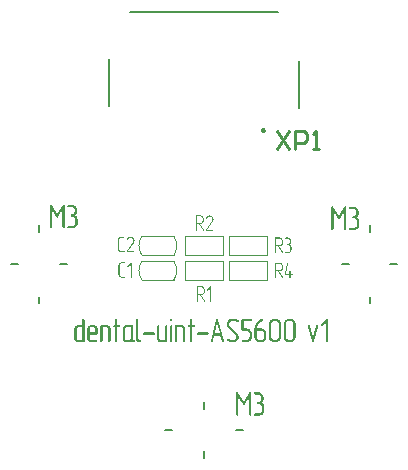
<source format=gto>
G04*
G04 #@! TF.GenerationSoftware,Altium Limited,Altium Designer,21.8.1 (53)*
G04*
G04 Layer_Color=65535*
%FSLAX44Y44*%
%MOMM*%
G71*
G04*
G04 #@! TF.SameCoordinates,2069A8A4-A70D-4D47-B8DF-A6023ED568E2*
G04*
G04*
G04 #@! TF.FilePolarity,Positive*
G04*
G01*
G75*
%ADD10C,0.1000*%
%ADD11C,0.2000*%
%ADD12C,0.2540*%
G36*
X39222Y-108205D02*
X39444Y-108317D01*
X39555Y-108400D01*
X39666Y-108511D01*
X39722Y-108567D01*
X39805Y-108705D01*
X39888Y-108955D01*
X39944Y-109261D01*
Y-127056D01*
Y-127084D01*
Y-127139D01*
X39916Y-127306D01*
X39833Y-127528D01*
X39666Y-127750D01*
X39611Y-127778D01*
X39472Y-127861D01*
X39222Y-127972D01*
X38944Y-128000D01*
X38917D01*
X38806Y-127972D01*
X38584Y-127917D01*
X38306Y-127806D01*
X38250Y-127750D01*
X38167Y-127611D01*
X38056Y-127389D01*
X38028Y-127223D01*
X38001Y-127056D01*
Y-111953D01*
X34308Y-118644D01*
X34280Y-118672D01*
X34253Y-118727D01*
X34169Y-118811D01*
X34086Y-118894D01*
X33809Y-119088D01*
X33642Y-119144D01*
X33448Y-119172D01*
X33364D01*
X33281Y-119144D01*
X33170Y-119088D01*
X33031Y-119033D01*
X32892Y-118922D01*
X32754Y-118783D01*
X32615Y-118589D01*
X29006Y-111953D01*
Y-127056D01*
Y-127084D01*
Y-127139D01*
X28978Y-127306D01*
X28867Y-127556D01*
X28811Y-127667D01*
X28700Y-127778D01*
X28645Y-127806D01*
X28506Y-127889D01*
X28284Y-127972D01*
X28006Y-128000D01*
X27978D01*
X27867Y-127972D01*
X27673Y-127917D01*
X27395Y-127833D01*
X27340Y-127778D01*
X27229Y-127639D01*
X27118Y-127389D01*
X27090Y-127223D01*
X27062Y-127056D01*
Y-109261D01*
Y-109233D01*
Y-109177D01*
Y-109094D01*
X27090Y-108983D01*
X27146Y-108733D01*
X27284Y-108483D01*
Y-108455D01*
X27340Y-108428D01*
X27451Y-108317D01*
X27673Y-108233D01*
X27812Y-108178D01*
X28117D01*
X28256Y-108233D01*
X28395Y-108289D01*
X28423D01*
X28506Y-108344D01*
X28561Y-108400D01*
X28617Y-108483D01*
X28728Y-108594D01*
X28839Y-108733D01*
X33475Y-116534D01*
X38112Y-108761D01*
X38139Y-108733D01*
X38167Y-108678D01*
X38250Y-108567D01*
X38361Y-108455D01*
X38639Y-108261D01*
X38806Y-108205D01*
X39000Y-108178D01*
X39056D01*
X39222Y-108205D01*
D02*
G37*
G36*
X46135Y-108317D02*
X46301D01*
X46496Y-108344D01*
X46912Y-108455D01*
X47412Y-108594D01*
X47939Y-108816D01*
X48467Y-109150D01*
X48717Y-109344D01*
X48967Y-109566D01*
X48994Y-109594D01*
X49022Y-109621D01*
X49078Y-109705D01*
X49161Y-109788D01*
X49383Y-110066D01*
X49605Y-110427D01*
X49827Y-110899D01*
X50049Y-111426D01*
X50188Y-112009D01*
X50244Y-112342D01*
Y-112675D01*
Y-114036D01*
Y-114480D01*
Y-114785D01*
X50133Y-115091D01*
Y-115118D01*
Y-115146D01*
X50105Y-115229D01*
X50077Y-115340D01*
X49994Y-115618D01*
X49827Y-115923D01*
X49799Y-115951D01*
X49744Y-116062D01*
X49661Y-116201D01*
X49550Y-116368D01*
X49383Y-116562D01*
X49216Y-116784D01*
X48994Y-116978D01*
X48745Y-117173D01*
X48772Y-117200D01*
X48883Y-117228D01*
X49050Y-117339D01*
X49244Y-117450D01*
X49466Y-117645D01*
X49716Y-117895D01*
X49994Y-118200D01*
X50244Y-118589D01*
X50272Y-118644D01*
X50355Y-118783D01*
X50466Y-119005D01*
X50605Y-119283D01*
X50716Y-119616D01*
X50827Y-120005D01*
X50910Y-120449D01*
X50938Y-120893D01*
Y-123614D01*
Y-123641D01*
Y-123697D01*
Y-123780D01*
X50910Y-123919D01*
Y-124086D01*
X50882Y-124252D01*
X50771Y-124696D01*
X50632Y-125168D01*
X50382Y-125696D01*
X50077Y-126223D01*
X49855Y-126473D01*
X49633Y-126723D01*
X49605D01*
X49577Y-126778D01*
X49494Y-126834D01*
X49411Y-126917D01*
X49133Y-127139D01*
X48772Y-127361D01*
X48300Y-127584D01*
X47773Y-127806D01*
X47190Y-127944D01*
X46857Y-127972D01*
X46524Y-128000D01*
X42998D01*
X42831Y-127972D01*
X42609Y-127889D01*
X42387Y-127750D01*
Y-127722D01*
X42359Y-127695D01*
X42276Y-127556D01*
X42165Y-127334D01*
X42137Y-127056D01*
Y-127028D01*
X42165Y-126889D01*
X42220Y-126723D01*
X42359Y-126473D01*
Y-126445D01*
X42415Y-126418D01*
X42526Y-126279D01*
X42748Y-126140D01*
X42915Y-126112D01*
X43081Y-126084D01*
X46690D01*
X46884Y-126057D01*
X47134Y-126001D01*
X47412Y-125918D01*
X47690Y-125779D01*
X47995Y-125612D01*
X48273Y-125390D01*
X48300Y-125363D01*
X48384Y-125252D01*
X48495Y-125113D01*
X48633Y-124891D01*
X48772Y-124641D01*
X48883Y-124335D01*
X48967Y-124002D01*
X48994Y-123614D01*
Y-120865D01*
Y-120810D01*
Y-120698D01*
X48967Y-120504D01*
X48911Y-120282D01*
X48828Y-120005D01*
X48689Y-119727D01*
X48522Y-119422D01*
X48273Y-119144D01*
X48245Y-119116D01*
X48162Y-119033D01*
X47995Y-118894D01*
X47801Y-118755D01*
X47551Y-118644D01*
X47245Y-118505D01*
X46912Y-118422D01*
X46524Y-118394D01*
X45746D01*
X45580Y-118366D01*
X45357Y-118283D01*
X45135Y-118144D01*
Y-118117D01*
X45108Y-118089D01*
X45024Y-117950D01*
X44913Y-117728D01*
X44886Y-117450D01*
Y-117423D01*
X44913Y-117284D01*
X44969Y-117117D01*
X45108Y-116867D01*
Y-116840D01*
X45163Y-116812D01*
X45274Y-116673D01*
X45496Y-116534D01*
X45663Y-116506D01*
X45830Y-116479D01*
X45996D01*
X46190Y-116451D01*
X46440Y-116395D01*
X46718Y-116312D01*
X46996Y-116173D01*
X47301Y-116007D01*
X47579Y-115785D01*
X47606Y-115757D01*
X47690Y-115646D01*
X47801Y-115507D01*
X47939Y-115285D01*
X48078Y-115035D01*
X48189Y-114730D01*
X48273Y-114396D01*
X48300Y-114036D01*
Y-112675D01*
Y-112620D01*
Y-112509D01*
X48273Y-112314D01*
X48217Y-112065D01*
X48134Y-111787D01*
X47995Y-111509D01*
X47828Y-111204D01*
X47579Y-110926D01*
X47551Y-110899D01*
X47467Y-110815D01*
X47301Y-110704D01*
X47107Y-110565D01*
X46857Y-110427D01*
X46551Y-110316D01*
X46218Y-110232D01*
X45830Y-110204D01*
X43025D01*
X42831Y-110177D01*
X42609Y-110093D01*
X42387Y-109955D01*
Y-109927D01*
X42359Y-109899D01*
X42276Y-109760D01*
X42165Y-109538D01*
X42137Y-109261D01*
Y-109233D01*
X42165Y-109094D01*
X42220Y-108927D01*
X42359Y-108678D01*
Y-108650D01*
X42415Y-108622D01*
X42526Y-108483D01*
X42748Y-108344D01*
X42915Y-108317D01*
X43081Y-108289D01*
X46024D01*
X46135Y-108317D01*
D02*
G37*
G36*
X-118778Y50545D02*
X-118556Y50433D01*
X-118445Y50350D01*
X-118334Y50239D01*
X-118278Y50184D01*
X-118195Y50045D01*
X-118112Y49795D01*
X-118056Y49489D01*
Y31694D01*
Y31666D01*
Y31611D01*
X-118084Y31444D01*
X-118167Y31222D01*
X-118334Y31000D01*
X-118389Y30972D01*
X-118528Y30889D01*
X-118778Y30778D01*
X-119056Y30750D01*
X-119083D01*
X-119194Y30778D01*
X-119416Y30833D01*
X-119694Y30944D01*
X-119750Y31000D01*
X-119833Y31139D01*
X-119944Y31361D01*
X-119972Y31527D01*
X-119999Y31694D01*
Y46797D01*
X-123692Y40106D01*
X-123720Y40078D01*
X-123747Y40023D01*
X-123831Y39939D01*
X-123914Y39856D01*
X-124192Y39662D01*
X-124358Y39606D01*
X-124552Y39578D01*
X-124636D01*
X-124719Y39606D01*
X-124830Y39662D01*
X-124969Y39717D01*
X-125108Y39828D01*
X-125246Y39967D01*
X-125385Y40161D01*
X-128994Y46797D01*
Y31694D01*
Y31666D01*
Y31611D01*
X-129022Y31444D01*
X-129133Y31194D01*
X-129189Y31083D01*
X-129300Y30972D01*
X-129355Y30944D01*
X-129494Y30861D01*
X-129716Y30778D01*
X-129994Y30750D01*
X-130022D01*
X-130133Y30778D01*
X-130327Y30833D01*
X-130605Y30917D01*
X-130660Y30972D01*
X-130771Y31111D01*
X-130882Y31361D01*
X-130910Y31527D01*
X-130938Y31694D01*
Y49489D01*
Y49517D01*
Y49573D01*
Y49656D01*
X-130910Y49767D01*
X-130854Y50017D01*
X-130716Y50267D01*
Y50295D01*
X-130660Y50322D01*
X-130549Y50433D01*
X-130327Y50517D01*
X-130188Y50572D01*
X-129883D01*
X-129744Y50517D01*
X-129605Y50461D01*
X-129577D01*
X-129494Y50406D01*
X-129439Y50350D01*
X-129383Y50267D01*
X-129272Y50156D01*
X-129161Y50017D01*
X-124525Y42216D01*
X-119888Y49989D01*
X-119861Y50017D01*
X-119833Y50072D01*
X-119750Y50184D01*
X-119639Y50295D01*
X-119361Y50489D01*
X-119194Y50545D01*
X-119000Y50572D01*
X-118945D01*
X-118778Y50545D01*
D02*
G37*
G36*
X-111865Y50433D02*
X-111699D01*
X-111504Y50406D01*
X-111088Y50295D01*
X-110588Y50156D01*
X-110061Y49934D01*
X-109533Y49601D01*
X-109283Y49406D01*
X-109033Y49184D01*
X-109006Y49156D01*
X-108978Y49129D01*
X-108922Y49045D01*
X-108839Y48962D01*
X-108617Y48684D01*
X-108395Y48323D01*
X-108173Y47852D01*
X-107951Y47324D01*
X-107812Y46741D01*
X-107756Y46408D01*
Y46075D01*
Y44714D01*
Y44270D01*
Y43965D01*
X-107867Y43659D01*
Y43632D01*
Y43604D01*
X-107895Y43521D01*
X-107923Y43410D01*
X-108006Y43132D01*
X-108173Y42827D01*
X-108201Y42799D01*
X-108256Y42688D01*
X-108339Y42549D01*
X-108450Y42382D01*
X-108617Y42188D01*
X-108784Y41966D01*
X-109006Y41772D01*
X-109256Y41577D01*
X-109228Y41550D01*
X-109117Y41522D01*
X-108950Y41411D01*
X-108756Y41300D01*
X-108534Y41105D01*
X-108284Y40855D01*
X-108006Y40550D01*
X-107756Y40161D01*
X-107729Y40106D01*
X-107645Y39967D01*
X-107534Y39745D01*
X-107395Y39467D01*
X-107284Y39134D01*
X-107173Y38746D01*
X-107090Y38301D01*
X-107062Y37857D01*
Y35136D01*
Y35109D01*
Y35053D01*
Y34970D01*
X-107090Y34831D01*
Y34664D01*
X-107118Y34498D01*
X-107229Y34054D01*
X-107368Y33582D01*
X-107618Y33054D01*
X-107923Y32527D01*
X-108145Y32277D01*
X-108367Y32027D01*
X-108395D01*
X-108423Y31971D01*
X-108506Y31916D01*
X-108589Y31833D01*
X-108867Y31611D01*
X-109228Y31388D01*
X-109700Y31166D01*
X-110227Y30944D01*
X-110810Y30805D01*
X-111143Y30778D01*
X-111476Y30750D01*
X-115002D01*
X-115169Y30778D01*
X-115391Y30861D01*
X-115613Y31000D01*
Y31028D01*
X-115641Y31055D01*
X-115724Y31194D01*
X-115835Y31416D01*
X-115863Y31694D01*
Y31722D01*
X-115835Y31860D01*
X-115780Y32027D01*
X-115641Y32277D01*
Y32305D01*
X-115585Y32332D01*
X-115474Y32471D01*
X-115252Y32610D01*
X-115085Y32638D01*
X-114919Y32666D01*
X-111310D01*
X-111116Y32693D01*
X-110866Y32749D01*
X-110588Y32832D01*
X-110310Y32971D01*
X-110005Y33138D01*
X-109727Y33360D01*
X-109700Y33387D01*
X-109616Y33498D01*
X-109505Y33637D01*
X-109367Y33859D01*
X-109228Y34109D01*
X-109117Y34415D01*
X-109033Y34748D01*
X-109006Y35136D01*
Y37885D01*
Y37940D01*
Y38052D01*
X-109033Y38246D01*
X-109089Y38468D01*
X-109172Y38746D01*
X-109311Y39023D01*
X-109478Y39328D01*
X-109727Y39606D01*
X-109755Y39634D01*
X-109838Y39717D01*
X-110005Y39856D01*
X-110199Y39995D01*
X-110449Y40106D01*
X-110755Y40245D01*
X-111088Y40328D01*
X-111476Y40356D01*
X-112254D01*
X-112420Y40384D01*
X-112642Y40467D01*
X-112865Y40606D01*
Y40633D01*
X-112892Y40661D01*
X-112976Y40800D01*
X-113087Y41022D01*
X-113114Y41300D01*
Y41327D01*
X-113087Y41466D01*
X-113031Y41633D01*
X-112892Y41883D01*
Y41910D01*
X-112837Y41938D01*
X-112726Y42077D01*
X-112504Y42216D01*
X-112337Y42244D01*
X-112170Y42271D01*
X-112004D01*
X-111810Y42299D01*
X-111560Y42355D01*
X-111282Y42438D01*
X-111004Y42577D01*
X-110699Y42743D01*
X-110421Y42965D01*
X-110394Y42993D01*
X-110310Y43104D01*
X-110199Y43243D01*
X-110061Y43465D01*
X-109922Y43715D01*
X-109811Y44020D01*
X-109727Y44353D01*
X-109700Y44714D01*
Y46075D01*
Y46130D01*
Y46241D01*
X-109727Y46436D01*
X-109783Y46686D01*
X-109866Y46963D01*
X-110005Y47241D01*
X-110172Y47546D01*
X-110421Y47824D01*
X-110449Y47852D01*
X-110533Y47935D01*
X-110699Y48046D01*
X-110893Y48185D01*
X-111143Y48323D01*
X-111449Y48435D01*
X-111782Y48518D01*
X-112170Y48546D01*
X-114974D01*
X-115169Y48573D01*
X-115391Y48657D01*
X-115613Y48795D01*
Y48823D01*
X-115641Y48851D01*
X-115724Y48990D01*
X-115835Y49212D01*
X-115863Y49489D01*
Y49517D01*
X-115835Y49656D01*
X-115780Y49823D01*
X-115641Y50072D01*
Y50100D01*
X-115585Y50128D01*
X-115474Y50267D01*
X-115252Y50406D01*
X-115085Y50433D01*
X-114919Y50461D01*
X-111976D01*
X-111865Y50433D01*
D02*
G37*
G36*
X119722Y49044D02*
X119944Y48933D01*
X120055Y48850D01*
X120166Y48739D01*
X120222Y48684D01*
X120305Y48545D01*
X120388Y48295D01*
X120444Y47990D01*
Y30194D01*
Y30166D01*
Y30111D01*
X120416Y29944D01*
X120333Y29722D01*
X120166Y29500D01*
X120111Y29472D01*
X119972Y29389D01*
X119722Y29278D01*
X119445Y29250D01*
X119417D01*
X119306Y29278D01*
X119084Y29333D01*
X118806Y29444D01*
X118750Y29500D01*
X118667Y29639D01*
X118556Y29861D01*
X118528Y30027D01*
X118501Y30194D01*
Y45297D01*
X114808Y38606D01*
X114780Y38578D01*
X114753Y38523D01*
X114669Y38439D01*
X114586Y38356D01*
X114309Y38162D01*
X114142Y38106D01*
X113947Y38078D01*
X113864D01*
X113781Y38106D01*
X113670Y38162D01*
X113531Y38217D01*
X113392Y38328D01*
X113253Y38467D01*
X113115Y38661D01*
X109506Y45297D01*
Y30194D01*
Y30166D01*
Y30111D01*
X109478Y29944D01*
X109367Y29694D01*
X109311Y29583D01*
X109200Y29472D01*
X109145Y29444D01*
X109006Y29361D01*
X108784Y29278D01*
X108506Y29250D01*
X108478D01*
X108367Y29278D01*
X108173Y29333D01*
X107895Y29417D01*
X107840Y29472D01*
X107729Y29611D01*
X107618Y29861D01*
X107590Y30027D01*
X107562Y30194D01*
Y47990D01*
Y48017D01*
Y48073D01*
Y48156D01*
X107590Y48267D01*
X107646Y48517D01*
X107784Y48767D01*
Y48795D01*
X107840Y48822D01*
X107951Y48933D01*
X108173Y49017D01*
X108312Y49072D01*
X108617D01*
X108756Y49017D01*
X108895Y48961D01*
X108923D01*
X109006Y48906D01*
X109061Y48850D01*
X109117Y48767D01*
X109228Y48656D01*
X109339Y48517D01*
X113975Y40716D01*
X118612Y48489D01*
X118639Y48517D01*
X118667Y48573D01*
X118750Y48684D01*
X118862Y48795D01*
X119139Y48989D01*
X119306Y49044D01*
X119500Y49072D01*
X119556D01*
X119722Y49044D01*
D02*
G37*
G36*
X126635Y48933D02*
X126801D01*
X126996Y48906D01*
X127412Y48795D01*
X127912Y48656D01*
X128439Y48434D01*
X128967Y48101D01*
X129217Y47906D01*
X129467Y47684D01*
X129494Y47656D01*
X129522Y47629D01*
X129578Y47545D01*
X129661Y47462D01*
X129883Y47184D01*
X130105Y46824D01*
X130327Y46351D01*
X130549Y45824D01*
X130688Y45241D01*
X130744Y44908D01*
Y44575D01*
Y43214D01*
Y42770D01*
Y42465D01*
X130633Y42159D01*
Y42132D01*
Y42104D01*
X130605Y42021D01*
X130577Y41910D01*
X130494Y41632D01*
X130327Y41327D01*
X130300Y41299D01*
X130244Y41188D01*
X130161Y41049D01*
X130050Y40882D01*
X129883Y40688D01*
X129717Y40466D01*
X129494Y40272D01*
X129244Y40077D01*
X129272Y40050D01*
X129383Y40022D01*
X129550Y39911D01*
X129744Y39800D01*
X129966Y39605D01*
X130216Y39355D01*
X130494Y39050D01*
X130744Y38661D01*
X130771Y38606D01*
X130855Y38467D01*
X130966Y38245D01*
X131105Y37967D01*
X131216Y37634D01*
X131327Y37246D01*
X131410Y36801D01*
X131438Y36357D01*
Y33636D01*
Y33609D01*
Y33553D01*
Y33470D01*
X131410Y33331D01*
Y33165D01*
X131382Y32998D01*
X131271Y32554D01*
X131132Y32082D01*
X130883Y31554D01*
X130577Y31027D01*
X130355Y30777D01*
X130133Y30527D01*
X130105D01*
X130077Y30471D01*
X129994Y30416D01*
X129911Y30333D01*
X129633Y30111D01*
X129272Y29889D01*
X128800Y29666D01*
X128273Y29444D01*
X127690Y29306D01*
X127357Y29278D01*
X127023Y29250D01*
X123498D01*
X123331Y29278D01*
X123109Y29361D01*
X122887Y29500D01*
Y29528D01*
X122859Y29555D01*
X122776Y29694D01*
X122665Y29916D01*
X122637Y30194D01*
Y30222D01*
X122665Y30361D01*
X122720Y30527D01*
X122859Y30777D01*
Y30805D01*
X122915Y30833D01*
X123026Y30971D01*
X123248Y31110D01*
X123414Y31138D01*
X123581Y31166D01*
X127190D01*
X127385Y31193D01*
X127634Y31249D01*
X127912Y31332D01*
X128190Y31471D01*
X128495Y31638D01*
X128773Y31860D01*
X128800Y31887D01*
X128884Y31999D01*
X128995Y32137D01*
X129134Y32359D01*
X129272Y32609D01*
X129383Y32915D01*
X129467Y33248D01*
X129494Y33636D01*
Y36385D01*
Y36440D01*
Y36551D01*
X129467Y36746D01*
X129411Y36968D01*
X129328Y37246D01*
X129189Y37523D01*
X129022Y37829D01*
X128773Y38106D01*
X128745Y38134D01*
X128661Y38217D01*
X128495Y38356D01*
X128301Y38495D01*
X128051Y38606D01*
X127745Y38745D01*
X127412Y38828D01*
X127023Y38856D01*
X126246D01*
X126080Y38884D01*
X125857Y38967D01*
X125635Y39106D01*
Y39133D01*
X125608Y39161D01*
X125524Y39300D01*
X125413Y39522D01*
X125386Y39800D01*
Y39827D01*
X125413Y39966D01*
X125469Y40133D01*
X125608Y40383D01*
Y40410D01*
X125663Y40438D01*
X125774Y40577D01*
X125996Y40716D01*
X126163Y40744D01*
X126329Y40771D01*
X126496D01*
X126690Y40799D01*
X126940Y40855D01*
X127218Y40938D01*
X127495Y41077D01*
X127801Y41243D01*
X128078Y41465D01*
X128106Y41493D01*
X128190Y41604D01*
X128301Y41743D01*
X128439Y41965D01*
X128578Y42215D01*
X128689Y42520D01*
X128773Y42853D01*
X128800Y43214D01*
Y44575D01*
Y44630D01*
Y44741D01*
X128773Y44936D01*
X128717Y45185D01*
X128634Y45463D01*
X128495Y45741D01*
X128328Y46046D01*
X128078Y46324D01*
X128051Y46351D01*
X127968Y46435D01*
X127801Y46546D01*
X127607Y46685D01*
X127357Y46824D01*
X127051Y46934D01*
X126718Y47018D01*
X126329Y47046D01*
X123525D01*
X123331Y47073D01*
X123109Y47157D01*
X122887Y47295D01*
Y47323D01*
X122859Y47351D01*
X122776Y47490D01*
X122665Y47712D01*
X122637Y47990D01*
Y48017D01*
X122665Y48156D01*
X122720Y48323D01*
X122859Y48573D01*
Y48600D01*
X122915Y48628D01*
X123026Y48767D01*
X123248Y48906D01*
X123414Y48933D01*
X123581Y48961D01*
X126524D01*
X126635Y48933D01*
D02*
G37*
G36*
X-27741Y-46067D02*
X-27546Y-46150D01*
X-27296Y-46316D01*
X-27269D01*
X-27241Y-46372D01*
X-27102Y-46511D01*
X-26991Y-46733D01*
X-26963Y-46872D01*
X-26936Y-47010D01*
Y-47038D01*
Y-47066D01*
X-26963Y-47205D01*
X-27047Y-47427D01*
X-27185Y-47649D01*
X-27241Y-47705D01*
X-27380Y-47788D01*
X-27602Y-47899D01*
X-27768Y-47927D01*
X-27935Y-47954D01*
X-28018D01*
X-28101Y-47927D01*
X-28213D01*
X-28435Y-47843D01*
X-28657Y-47677D01*
X-28684Y-47621D01*
X-28768Y-47483D01*
X-28851Y-47288D01*
X-28879Y-47010D01*
Y-46983D01*
X-28851Y-46844D01*
X-28796Y-46677D01*
X-28657Y-46427D01*
Y-46400D01*
X-28601Y-46372D01*
X-28490Y-46233D01*
X-28268Y-46094D01*
X-28101Y-46067D01*
X-27935Y-46039D01*
X-27879D01*
X-27741Y-46067D01*
D02*
G37*
G36*
X26063D02*
X26312Y-46094D01*
X26590Y-46150D01*
X26895Y-46233D01*
X27229Y-46316D01*
X27284D01*
X27395Y-46372D01*
X27562Y-46427D01*
X27784Y-46511D01*
X28034Y-46594D01*
X28311Y-46733D01*
X28867Y-47038D01*
X28894Y-47066D01*
X28950Y-47094D01*
X29033Y-47177D01*
X29116Y-47288D01*
X29144Y-47316D01*
X29200Y-47427D01*
X29283Y-47593D01*
X29339Y-47816D01*
Y-47843D01*
Y-47871D01*
X29311Y-48038D01*
X29200Y-48288D01*
X29144Y-48399D01*
X29033Y-48537D01*
X28978Y-48593D01*
X28839Y-48676D01*
X28589Y-48787D01*
X28450Y-48815D01*
X28284Y-48843D01*
X27812Y-48676D01*
X27756Y-48649D01*
X27645Y-48565D01*
X27423Y-48454D01*
X27145Y-48315D01*
X26812Y-48176D01*
X26423Y-48066D01*
X26007Y-47982D01*
X25563Y-47954D01*
X23370D01*
X23175Y-47982D01*
X22925Y-48038D01*
X22648Y-48149D01*
X22342Y-48260D01*
X22065Y-48454D01*
X21787Y-48704D01*
X21759Y-48732D01*
X21676Y-48843D01*
X21565Y-48982D01*
X21454Y-49204D01*
X21343Y-49454D01*
X21232Y-49759D01*
X21149Y-50092D01*
X21121Y-50481D01*
X21149Y-50925D01*
X21204Y-51175D01*
X21260Y-51369D01*
Y-51397D01*
X21287Y-51425D01*
X21398Y-51591D01*
X21565Y-51841D01*
X21843Y-52174D01*
X28034Y-58476D01*
X28061Y-58504D01*
X28117Y-58560D01*
X28228Y-58671D01*
X28367Y-58809D01*
X28506Y-59004D01*
X28644Y-59226D01*
X28783Y-59476D01*
X28922Y-59753D01*
X29033Y-60059D01*
X29200Y-60642D01*
X29255Y-60975D01*
Y-61391D01*
Y-61419D01*
Y-61475D01*
Y-61558D01*
X29227Y-61697D01*
X29200Y-61835D01*
X29172Y-62002D01*
X29089Y-62446D01*
X28922Y-62918D01*
X28672Y-63446D01*
X28506Y-63696D01*
X28311Y-63973D01*
X28089Y-64251D01*
X27839Y-64501D01*
X27784Y-64556D01*
X27645Y-64695D01*
X27395Y-64889D01*
X27062Y-65111D01*
X26646Y-65361D01*
X26118Y-65556D01*
X25535Y-65694D01*
X25202Y-65722D01*
X24841Y-65750D01*
X22675D01*
X22537Y-65722D01*
X22370D01*
X22204Y-65694D01*
X21759Y-65611D01*
X21260Y-65500D01*
X20704Y-65306D01*
X20121Y-65056D01*
X19566Y-64723D01*
X19261Y-64390D01*
X19178Y-64001D01*
Y-63973D01*
Y-63945D01*
X19205Y-63779D01*
X19289Y-63584D01*
X19427Y-63335D01*
Y-63307D01*
X19483Y-63279D01*
X19622Y-63140D01*
X19844Y-63029D01*
X19983Y-63001D01*
X20121Y-62974D01*
X20593Y-63140D01*
X20649Y-63168D01*
X20788Y-63251D01*
X20982Y-63362D01*
X21260Y-63474D01*
X21593Y-63612D01*
X21981Y-63723D01*
X22398Y-63807D01*
X22814Y-63834D01*
X24980D01*
X25174Y-63807D01*
X25396Y-63751D01*
X25674Y-63668D01*
X25979Y-63529D01*
X26285Y-63362D01*
X26562Y-63113D01*
X26590Y-63085D01*
X26673Y-62974D01*
X26812Y-62835D01*
X26951Y-62613D01*
X27062Y-62363D01*
X27201Y-62058D01*
X27284Y-61752D01*
X27312Y-61391D01*
X27256Y-60947D01*
Y-60919D01*
Y-60892D01*
X27201Y-60753D01*
Y-60725D01*
X27173Y-60669D01*
X27118Y-60531D01*
Y-60503D01*
X27090Y-60447D01*
X27062Y-60364D01*
X27006Y-60253D01*
X26812Y-59975D01*
X26562Y-59642D01*
X20455Y-53535D01*
X20427Y-53507D01*
X20371Y-53451D01*
X20260Y-53313D01*
X20149Y-53174D01*
X20010Y-52952D01*
X19844Y-52702D01*
X19649Y-52424D01*
X19483Y-52091D01*
Y-52063D01*
X19427Y-51952D01*
X19400Y-51786D01*
X19344Y-51591D01*
X19289Y-51341D01*
X19233Y-51064D01*
X19205Y-50758D01*
X19178Y-50425D01*
Y-50398D01*
Y-50342D01*
Y-50259D01*
X19205Y-50120D01*
X19233Y-49981D01*
X19261Y-49787D01*
X19344Y-49370D01*
X19511Y-48898D01*
X19788Y-48371D01*
X19927Y-48121D01*
X20121Y-47843D01*
X20343Y-47566D01*
X20593Y-47316D01*
Y-47288D01*
X20649Y-47260D01*
X20788Y-47122D01*
X21038Y-46899D01*
X21371Y-46677D01*
X21787Y-46455D01*
X22287Y-46233D01*
X22898Y-46094D01*
X23203Y-46039D01*
X25840D01*
X26063Y-46067D01*
D02*
G37*
G36*
X3159Y-57699D02*
X3381Y-57810D01*
X3492Y-57866D01*
X3603Y-57977D01*
X3631D01*
X3658Y-58032D01*
X3769Y-58171D01*
X3853Y-58393D01*
X3908Y-58504D01*
Y-58643D01*
Y-58671D01*
Y-58698D01*
X3880Y-58837D01*
X3797Y-59059D01*
X3658Y-59281D01*
X3603Y-59337D01*
X3464Y-59420D01*
X3242Y-59531D01*
X3103Y-59559D01*
X2937Y-59587D01*
X-5364D01*
X-5531Y-59559D01*
X-5781Y-59476D01*
X-6003Y-59337D01*
Y-59309D01*
X-6031Y-59281D01*
X-6114Y-59143D01*
X-6225Y-58920D01*
X-6253Y-58643D01*
Y-58615D01*
X-6225Y-58476D01*
X-6169Y-58310D01*
X-6031Y-58060D01*
Y-58032D01*
X-5975Y-58004D01*
X-5836Y-57866D01*
X-5614Y-57727D01*
X-5448Y-57699D01*
X-5281Y-57671D01*
X2992D01*
X3159Y-57699D01*
D02*
G37*
G36*
X-42205Y-57699D02*
X-41983Y-57810D01*
X-41872Y-57866D01*
X-41761Y-57977D01*
X-41733D01*
X-41705Y-58032D01*
X-41594Y-58171D01*
X-41511Y-58393D01*
X-41455Y-58504D01*
Y-58643D01*
Y-58671D01*
Y-58698D01*
X-41483Y-58837D01*
X-41566Y-59059D01*
X-41705Y-59281D01*
X-41761Y-59337D01*
X-41899Y-59420D01*
X-42121Y-59531D01*
X-42260Y-59559D01*
X-42427Y-59587D01*
X-50728D01*
X-50894Y-59559D01*
X-51144Y-59476D01*
X-51366Y-59337D01*
Y-59309D01*
X-51394Y-59281D01*
X-51477Y-59143D01*
X-51588Y-58920D01*
X-51616Y-58643D01*
Y-58615D01*
X-51588Y-58476D01*
X-51533Y-58310D01*
X-51394Y-58060D01*
Y-58032D01*
X-51339Y-58004D01*
X-51200Y-57866D01*
X-50978Y-57727D01*
X-50811Y-57699D01*
X-50644Y-57671D01*
X-42371D01*
X-42205Y-57699D01*
D02*
G37*
G36*
X95857Y-51536D02*
X96107Y-51619D01*
X96329Y-51786D01*
X96356D01*
X96384Y-51841D01*
X96495Y-51952D01*
X96579Y-52174D01*
X96634Y-52313D01*
Y-52452D01*
Y-52507D01*
Y-52591D01*
X96606Y-52730D01*
X96579Y-52813D01*
X93164Y-64973D01*
Y-65000D01*
X93108Y-65084D01*
X93053Y-65223D01*
X92969Y-65361D01*
X92831Y-65500D01*
X92664Y-65639D01*
X92470Y-65722D01*
X92220Y-65750D01*
X92164D01*
X92025Y-65722D01*
X91859Y-65667D01*
X91665Y-65583D01*
X91637Y-65556D01*
X91526Y-65445D01*
X91415Y-65250D01*
X91276Y-64973D01*
X87861Y-52730D01*
X87833Y-52480D01*
Y-52452D01*
Y-52424D01*
X87861Y-52285D01*
X87944Y-52091D01*
X88111Y-51841D01*
Y-51813D01*
X88167Y-51786D01*
X88305Y-51674D01*
X88527Y-51564D01*
X88666Y-51508D01*
X88861D01*
X88972Y-51536D01*
X89110Y-51564D01*
X89277Y-51674D01*
X89333Y-51702D01*
X89444Y-51786D01*
X89582Y-51952D01*
X89666Y-52091D01*
X89749Y-52230D01*
X92220Y-61863D01*
X94691Y-52258D01*
X94719Y-52202D01*
X94774Y-52091D01*
X94857Y-51924D01*
X94996Y-51758D01*
X95052Y-51730D01*
X95163Y-51647D01*
X95357Y-51564D01*
X95607Y-51508D01*
X95690D01*
X95857Y-51536D01*
D02*
G37*
G36*
X-31877D02*
X-31655Y-51619D01*
X-31433Y-51786D01*
X-31405D01*
X-31377Y-51841D01*
X-31266Y-51952D01*
X-31155Y-52174D01*
X-31100Y-52313D01*
Y-52480D01*
Y-64806D01*
Y-64834D01*
X-31128Y-64945D01*
X-31155Y-65111D01*
X-31211Y-65278D01*
X-31350Y-65445D01*
X-31516Y-65611D01*
X-31766Y-65722D01*
X-32099Y-65750D01*
X-36958D01*
X-37124Y-65722D01*
X-37346Y-65694D01*
X-37652Y-65639D01*
X-37985Y-65528D01*
X-38346Y-65389D01*
X-38707Y-65167D01*
X-39040Y-64889D01*
X-39068Y-64862D01*
X-39179Y-64723D01*
X-39317Y-64556D01*
X-39456Y-64306D01*
X-39623Y-64001D01*
X-39762Y-63612D01*
X-39873Y-63196D01*
X-39901Y-62752D01*
Y-52480D01*
Y-52452D01*
Y-52424D01*
X-39873Y-52285D01*
X-39789Y-52063D01*
X-39623Y-51841D01*
Y-51813D01*
X-39567Y-51786D01*
X-39429Y-51675D01*
X-39234Y-51564D01*
X-39095Y-51508D01*
X-38901D01*
X-38734Y-51536D01*
X-38512Y-51619D01*
X-38290Y-51786D01*
X-38263D01*
X-38235Y-51841D01*
X-38124Y-51952D01*
X-38013Y-52174D01*
X-37957Y-52313D01*
Y-52480D01*
Y-62752D01*
Y-62779D01*
Y-62835D01*
X-37929Y-62918D01*
Y-63029D01*
X-37818Y-63279D01*
X-37763Y-63418D01*
X-37652Y-63529D01*
X-37624D01*
X-37596Y-63585D01*
X-37430Y-63668D01*
X-37208Y-63779D01*
X-37069Y-63807D01*
X-36902Y-63834D01*
X-33043D01*
Y-52480D01*
Y-52452D01*
Y-52424D01*
X-33015Y-52285D01*
X-32932Y-52063D01*
X-32766Y-51841D01*
Y-51813D01*
X-32710Y-51786D01*
X-32571Y-51674D01*
X-32377Y-51564D01*
X-32238Y-51508D01*
X-32044D01*
X-31877Y-51536D01*
D02*
G37*
G36*
X104130Y-46067D02*
X104352Y-46150D01*
X104602Y-46316D01*
X104630D01*
X104657Y-46372D01*
X104768Y-46483D01*
X104852Y-46705D01*
X104907Y-46844D01*
Y-46983D01*
Y-64806D01*
Y-64834D01*
Y-64889D01*
X104879Y-65056D01*
X104796Y-65278D01*
X104630Y-65500D01*
X104574Y-65528D01*
X104435Y-65611D01*
X104185Y-65722D01*
X103908Y-65750D01*
X103880D01*
X103769Y-65722D01*
X103575Y-65667D01*
X103297Y-65583D01*
X103241Y-65528D01*
X103130Y-65389D01*
X103019Y-65139D01*
X102992Y-64973D01*
X102964Y-64806D01*
Y-48926D01*
X100493Y-51786D01*
X100437Y-51841D01*
X100299Y-51924D01*
X100104Y-52008D01*
X99827Y-52063D01*
X99771D01*
X99577Y-52035D01*
X99355Y-51952D01*
X99133Y-51786D01*
X99077Y-51730D01*
X98994Y-51591D01*
X98911Y-51369D01*
X98855Y-51091D01*
Y-51064D01*
X98883Y-50953D01*
X98966Y-50758D01*
X99022Y-50620D01*
X99105Y-50453D01*
X103214Y-46316D01*
X103269Y-46261D01*
X103408Y-46178D01*
X103602Y-46094D01*
X103880Y-46039D01*
X103963D01*
X104130Y-46067D01*
D02*
G37*
G36*
X73286D02*
X73453D01*
X73619Y-46094D01*
X74036Y-46205D01*
X74535Y-46344D01*
X75063Y-46594D01*
X75590Y-46899D01*
X75840Y-47122D01*
X76090Y-47344D01*
X76118Y-47371D01*
X76146Y-47399D01*
X76312Y-47566D01*
X76507Y-47843D01*
X76756Y-48204D01*
X77006Y-48649D01*
X77228Y-49176D01*
X77367Y-49787D01*
X77395Y-50092D01*
X77423Y-50425D01*
Y-61391D01*
Y-61419D01*
Y-61475D01*
Y-61558D01*
X77395Y-61697D01*
Y-61835D01*
X77367Y-62030D01*
X77256Y-62446D01*
X77117Y-62918D01*
X76867Y-63446D01*
X76562Y-63973D01*
X76340Y-64223D01*
X76118Y-64473D01*
X76090D01*
X76062Y-64528D01*
X75979Y-64584D01*
X75896Y-64667D01*
X75618Y-64889D01*
X75257Y-65111D01*
X74785Y-65333D01*
X74258Y-65556D01*
X73647Y-65694D01*
X73314Y-65722D01*
X72981Y-65750D01*
X71454D01*
X71343Y-65722D01*
X71176D01*
X71009Y-65694D01*
X70593Y-65583D01*
X70121Y-65445D01*
X69621Y-65223D01*
X69094Y-64917D01*
X68816Y-64723D01*
X68566Y-64501D01*
X68539Y-64473D01*
X68511Y-64445D01*
X68455Y-64362D01*
X68372Y-64279D01*
X68150Y-64001D01*
X67900Y-63640D01*
X67650Y-63168D01*
X67456Y-62641D01*
X67289Y-62058D01*
X67262Y-61725D01*
X67234Y-61391D01*
Y-50425D01*
Y-50398D01*
Y-50342D01*
Y-50259D01*
X67262Y-50120D01*
Y-49981D01*
X67289Y-49815D01*
X67400Y-49398D01*
X67539Y-48898D01*
X67761Y-48399D01*
X68067Y-47871D01*
X68261Y-47621D01*
X68483Y-47371D01*
X68511Y-47344D01*
X68539Y-47316D01*
X68622Y-47260D01*
X68705Y-47149D01*
X68983Y-46955D01*
X69344Y-46705D01*
X69816Y-46455D01*
X70343Y-46233D01*
X70954Y-46094D01*
X71287Y-46067D01*
X71620Y-46039D01*
X73147D01*
X73286Y-46067D01*
D02*
G37*
G36*
X60932D02*
X61098D01*
X61265Y-46094D01*
X61681Y-46205D01*
X62181Y-46344D01*
X62709Y-46594D01*
X63236Y-46899D01*
X63486Y-47122D01*
X63736Y-47344D01*
X63764Y-47371D01*
X63791Y-47399D01*
X63958Y-47566D01*
X64152Y-47843D01*
X64402Y-48204D01*
X64652Y-48649D01*
X64874Y-49176D01*
X65013Y-49787D01*
X65041Y-50092D01*
X65068Y-50425D01*
Y-61391D01*
Y-61419D01*
Y-61475D01*
Y-61558D01*
X65041Y-61697D01*
Y-61835D01*
X65013Y-62030D01*
X64902Y-62446D01*
X64763Y-62918D01*
X64513Y-63446D01*
X64208Y-63973D01*
X63986Y-64223D01*
X63764Y-64473D01*
X63736D01*
X63708Y-64528D01*
X63625Y-64584D01*
X63541Y-64667D01*
X63264Y-64889D01*
X62903Y-65111D01*
X62431Y-65333D01*
X61904Y-65556D01*
X61293Y-65694D01*
X60960Y-65722D01*
X60627Y-65750D01*
X59100D01*
X58988Y-65722D01*
X58822D01*
X58655Y-65694D01*
X58239Y-65583D01*
X57767Y-65445D01*
X57267Y-65223D01*
X56740Y-64917D01*
X56462Y-64723D01*
X56212Y-64501D01*
X56185Y-64473D01*
X56157Y-64445D01*
X56101Y-64362D01*
X56018Y-64279D01*
X55796Y-64001D01*
X55546Y-63640D01*
X55296Y-63168D01*
X55102Y-62641D01*
X54935Y-62058D01*
X54907Y-61725D01*
X54880Y-61391D01*
Y-50425D01*
Y-50398D01*
Y-50342D01*
Y-50259D01*
X54907Y-50120D01*
Y-49981D01*
X54935Y-49815D01*
X55046Y-49398D01*
X55185Y-48898D01*
X55407Y-48399D01*
X55713Y-47871D01*
X55907Y-47621D01*
X56129Y-47371D01*
X56157Y-47344D01*
X56185Y-47316D01*
X56268Y-47260D01*
X56351Y-47149D01*
X56629Y-46955D01*
X56990Y-46705D01*
X57462Y-46455D01*
X57989Y-46233D01*
X58600Y-46094D01*
X58933Y-46067D01*
X59266Y-46039D01*
X60793D01*
X60932Y-46067D01*
D02*
G37*
G36*
X49244D02*
X49438Y-46178D01*
X49549Y-46261D01*
X49660Y-46372D01*
X49716Y-46427D01*
X49799Y-46566D01*
X49882Y-46788D01*
X49938Y-47038D01*
Y-47066D01*
X49910Y-47177D01*
X49882Y-47344D01*
X49799Y-47510D01*
X49771Y-47538D01*
X49688Y-47621D01*
X49549Y-47760D01*
X49327Y-47927D01*
X49050Y-48010D01*
X48744Y-48149D01*
X48245Y-48426D01*
X48217D01*
X48161Y-48482D01*
X48050Y-48537D01*
X47911Y-48621D01*
X47578Y-48871D01*
X47217Y-49148D01*
X47190Y-49176D01*
X47078Y-49259D01*
X46912Y-49398D01*
X46718Y-49592D01*
X46468Y-49870D01*
X46218Y-50175D01*
X45940Y-50536D01*
X45635Y-50953D01*
X45607Y-50981D01*
X45552Y-51091D01*
X45468Y-51230D01*
X45357Y-51452D01*
X45246Y-51702D01*
X45107Y-52008D01*
X44969Y-52341D01*
X44830Y-52702D01*
X44802Y-52757D01*
X44774Y-52868D01*
X44719Y-53035D01*
X44663Y-53257D01*
X44524Y-53757D01*
X44497Y-54007D01*
X44469Y-54229D01*
X48439D01*
X48550Y-54256D01*
X48717D01*
X48911Y-54284D01*
X49327Y-54395D01*
X49827Y-54534D01*
X50354Y-54784D01*
X50882Y-55089D01*
X51132Y-55311D01*
X51382Y-55533D01*
X51409Y-55561D01*
X51437Y-55589D01*
X51493Y-55672D01*
X51576Y-55756D01*
X51798Y-56033D01*
X52048Y-56394D01*
X52270Y-56866D01*
X52492Y-57394D01*
X52631Y-57977D01*
X52687Y-58310D01*
Y-58643D01*
Y-61364D01*
Y-61391D01*
Y-61447D01*
Y-61530D01*
X52659Y-61669D01*
Y-61835D01*
X52631Y-62002D01*
X52520Y-62446D01*
X52381Y-62918D01*
X52131Y-63446D01*
X51826Y-63973D01*
X51604Y-64223D01*
X51382Y-64473D01*
X51354D01*
X51326Y-64528D01*
X51243Y-64584D01*
X51160Y-64667D01*
X50882Y-64889D01*
X50521Y-65111D01*
X50049Y-65333D01*
X49522Y-65556D01*
X48939Y-65694D01*
X48605Y-65722D01*
X48272Y-65750D01*
X46718D01*
X46607Y-65722D01*
X46273Y-65694D01*
X45885Y-65583D01*
X45413Y-65445D01*
X44913Y-65223D01*
X44386Y-64917D01*
X44108Y-64723D01*
X43858Y-64501D01*
X43830Y-64473D01*
X43803Y-64445D01*
X43747Y-64362D01*
X43664Y-64279D01*
X43442Y-64001D01*
X43192Y-63640D01*
X42942Y-63168D01*
X42748Y-62641D01*
X42581Y-62058D01*
X42553Y-61725D01*
X42526Y-61391D01*
Y-55311D01*
Y-55284D01*
Y-55173D01*
Y-55034D01*
X42553Y-54812D01*
X42581Y-54562D01*
X42609Y-54256D01*
X42664Y-53896D01*
X42720Y-53535D01*
X42803Y-53118D01*
X42886Y-52702D01*
X43164Y-51786D01*
X43331Y-51341D01*
X43525Y-50869D01*
X43775Y-50398D01*
X44025Y-49925D01*
X44052Y-49898D01*
X44108Y-49815D01*
X44191Y-49676D01*
X44330Y-49481D01*
X44497Y-49287D01*
X44691Y-49037D01*
X44941Y-48759D01*
X45219Y-48454D01*
X45524Y-48149D01*
X45857Y-47843D01*
X46246Y-47510D01*
X46662Y-47205D01*
X47078Y-46899D01*
X47578Y-46622D01*
X48078Y-46344D01*
X48605Y-46122D01*
X48994Y-46039D01*
X49077D01*
X49244Y-46067D01*
D02*
G37*
G36*
X39555D02*
X39777Y-46178D01*
X39888Y-46233D01*
X39999Y-46344D01*
X40027D01*
X40055Y-46400D01*
X40166Y-46539D01*
X40277Y-46761D01*
X40332Y-46872D01*
Y-47010D01*
Y-47038D01*
Y-47066D01*
X40304Y-47205D01*
X40221Y-47427D01*
X40055Y-47649D01*
X39999Y-47705D01*
X39860Y-47788D01*
X39638Y-47899D01*
X39499Y-47927D01*
X39333Y-47954D01*
X33475D01*
Y-54284D01*
X36085D01*
X36223Y-54312D01*
X36390D01*
X36557Y-54340D01*
X36973Y-54451D01*
X37473Y-54590D01*
X38000Y-54839D01*
X38528Y-55145D01*
X38778Y-55367D01*
X39028Y-55589D01*
X39055Y-55617D01*
X39083Y-55644D01*
X39222Y-55811D01*
X39444Y-56089D01*
X39694Y-56450D01*
X39916Y-56894D01*
X40138Y-57421D01*
X40277Y-58032D01*
X40332Y-58337D01*
Y-58671D01*
Y-61391D01*
Y-61419D01*
Y-61475D01*
Y-61558D01*
X40304Y-61697D01*
Y-61835D01*
X40277Y-62030D01*
X40166Y-62446D01*
X40027Y-62918D01*
X39777Y-63446D01*
X39472Y-63973D01*
X39250Y-64223D01*
X39028Y-64473D01*
X39000D01*
X38972Y-64528D01*
X38889Y-64584D01*
X38805Y-64667D01*
X38528Y-64889D01*
X38167Y-65111D01*
X37695Y-65333D01*
X37167Y-65556D01*
X36584Y-65694D01*
X36251Y-65722D01*
X35918Y-65750D01*
X32392D01*
X32226Y-65722D01*
X32004Y-65639D01*
X31781Y-65500D01*
Y-65472D01*
X31754Y-65445D01*
X31670Y-65306D01*
X31559Y-65084D01*
X31532Y-64806D01*
Y-64778D01*
X31559Y-64640D01*
X31615Y-64473D01*
X31754Y-64223D01*
Y-64195D01*
X31809Y-64167D01*
X31920Y-64029D01*
X32143Y-63890D01*
X32309Y-63862D01*
X32476Y-63834D01*
X36085D01*
X36279Y-63807D01*
X36529Y-63751D01*
X36806Y-63668D01*
X37084Y-63529D01*
X37390Y-63362D01*
X37667Y-63140D01*
X37695Y-63113D01*
X37778Y-63001D01*
X37889Y-62863D01*
X38028Y-62641D01*
X38167Y-62391D01*
X38278Y-62085D01*
X38361Y-61752D01*
X38389Y-61391D01*
Y-58643D01*
Y-58587D01*
Y-58476D01*
X38361Y-58282D01*
X38306Y-58060D01*
X38222Y-57782D01*
X38084Y-57505D01*
X37917Y-57199D01*
X37667Y-56922D01*
X37639Y-56894D01*
X37528Y-56811D01*
X37390Y-56700D01*
X37167Y-56561D01*
X36918Y-56422D01*
X36612Y-56311D01*
X36279Y-56227D01*
X35918Y-56200D01*
X32448D01*
X32337Y-56172D01*
X32170Y-56144D01*
X32004Y-56089D01*
X31837Y-55978D01*
X31670Y-55811D01*
X31559Y-55561D01*
X31532Y-55256D01*
Y-47010D01*
Y-46955D01*
X31559Y-46844D01*
X31587Y-46705D01*
X31643Y-46511D01*
X31754Y-46344D01*
X31920Y-46178D01*
X32170Y-46067D01*
X32476Y-46039D01*
X39388D01*
X39555Y-46067D01*
D02*
G37*
G36*
X11432Y-46094D02*
X11571Y-46178D01*
X11737Y-46261D01*
X11876Y-46400D01*
X12015Y-46594D01*
X12126Y-46872D01*
X16929Y-64584D01*
X16956Y-64806D01*
Y-64834D01*
Y-64862D01*
X16929Y-65028D01*
X16818Y-65250D01*
X16762Y-65361D01*
X16651Y-65500D01*
X16596Y-65528D01*
X16457Y-65611D01*
X16235Y-65722D01*
X15957Y-65750D01*
X15902D01*
X15763Y-65722D01*
X15596Y-65667D01*
X15402Y-65583D01*
X15374Y-65556D01*
X15263Y-65472D01*
X15152Y-65333D01*
X15069Y-65139D01*
X13764Y-60281D01*
X8628D01*
X7351Y-64973D01*
Y-65000D01*
Y-65028D01*
X7295Y-65195D01*
X7184Y-65389D01*
X7018Y-65556D01*
X6962Y-65583D01*
X6851Y-65639D01*
X6657Y-65722D01*
X6407Y-65750D01*
X6351D01*
X6185Y-65722D01*
X5963Y-65639D01*
X5713Y-65500D01*
X5657Y-65445D01*
X5574Y-65306D01*
X5491Y-65056D01*
X5435Y-64750D01*
X5463Y-64584D01*
X10266Y-46872D01*
Y-46844D01*
X10321Y-46733D01*
X10377Y-46622D01*
X10460Y-46455D01*
X10599Y-46316D01*
X10738Y-46178D01*
X10932Y-46094D01*
X11182Y-46067D01*
X11293D01*
X11432Y-46094D01*
D02*
G37*
G36*
X-11250Y-46067D02*
X-11028Y-46150D01*
X-10806Y-46316D01*
X-10778D01*
X-10750Y-46372D01*
X-10639Y-46483D01*
X-10528Y-46705D01*
X-10473Y-46844D01*
Y-47010D01*
Y-51508D01*
X-8640D01*
X-8474Y-51536D01*
X-8252Y-51647D01*
X-8141Y-51730D01*
X-8029Y-51841D01*
X-8002D01*
X-7974Y-51897D01*
X-7863Y-52035D01*
X-7752Y-52230D01*
X-7696Y-52369D01*
Y-52480D01*
Y-52507D01*
Y-52535D01*
X-7724Y-52674D01*
X-7807Y-52896D01*
X-7974Y-53118D01*
X-8029Y-53174D01*
X-8168Y-53257D01*
X-8390Y-53368D01*
X-8529Y-53396D01*
X-8696Y-53424D01*
X-10473D01*
Y-64806D01*
Y-64834D01*
Y-64889D01*
X-10500Y-65056D01*
X-10584Y-65278D01*
X-10750Y-65500D01*
X-10806Y-65528D01*
X-10944Y-65611D01*
X-11194Y-65722D01*
X-11472Y-65750D01*
X-11500D01*
X-11611Y-65722D01*
X-11805Y-65667D01*
X-12083Y-65583D01*
X-12138Y-65528D01*
X-12249Y-65389D01*
X-12360Y-65139D01*
X-12388Y-64973D01*
X-12416Y-64806D01*
Y-53424D01*
X-12888D01*
X-13054Y-53396D01*
X-13276Y-53313D01*
X-13499Y-53174D01*
Y-53146D01*
X-13526Y-53118D01*
X-13610Y-52952D01*
X-13721Y-52730D01*
X-13749Y-52480D01*
Y-52452D01*
X-13721Y-52313D01*
X-13665Y-52147D01*
X-13526Y-51897D01*
Y-51869D01*
X-13471Y-51841D01*
X-13360Y-51702D01*
X-13138Y-51564D01*
X-12971Y-51536D01*
X-12804Y-51508D01*
X-12416D01*
Y-47010D01*
Y-46983D01*
Y-46955D01*
X-12388Y-46816D01*
X-12305Y-46594D01*
X-12138Y-46372D01*
Y-46344D01*
X-12083Y-46316D01*
X-11944Y-46205D01*
X-11750Y-46094D01*
X-11611Y-46039D01*
X-11416D01*
X-11250Y-46067D01*
D02*
G37*
G36*
X-18579Y-51564D02*
X-18274Y-51619D01*
X-17941Y-51730D01*
X-17580Y-51869D01*
X-17219Y-52091D01*
X-16886Y-52396D01*
X-16858Y-52424D01*
X-16747Y-52563D01*
X-16608Y-52730D01*
X-16414Y-53007D01*
X-16247Y-53313D01*
X-16108Y-53673D01*
X-15997Y-54090D01*
X-15969Y-54534D01*
Y-64806D01*
Y-64834D01*
Y-64889D01*
X-15997Y-65056D01*
X-16080Y-65278D01*
X-16247Y-65500D01*
X-16303Y-65528D01*
X-16441Y-65611D01*
X-16691Y-65722D01*
X-16969Y-65750D01*
X-16997D01*
X-17108Y-65722D01*
X-17302Y-65667D01*
X-17580Y-65556D01*
X-17635Y-65500D01*
X-17746Y-65361D01*
X-17857Y-65139D01*
X-17885Y-64973D01*
X-17913Y-64806D01*
Y-54534D01*
Y-54506D01*
Y-54451D01*
X-17941Y-54367D01*
Y-54256D01*
X-18052Y-54007D01*
X-18135Y-53868D01*
X-18246Y-53757D01*
X-18274Y-53729D01*
X-18302Y-53701D01*
X-18468Y-53590D01*
X-18718Y-53479D01*
X-18857Y-53424D01*
X-22827D01*
Y-64806D01*
Y-64834D01*
Y-64889D01*
X-22854Y-65056D01*
X-22938Y-65278D01*
X-23104Y-65500D01*
X-23160Y-65528D01*
X-23299Y-65611D01*
X-23549Y-65722D01*
X-23826Y-65750D01*
X-23854D01*
X-23965Y-65722D01*
X-24159Y-65667D01*
X-24437Y-65556D01*
X-24492Y-65500D01*
X-24604Y-65361D01*
X-24715Y-65139D01*
X-24742Y-64973D01*
X-24770Y-64806D01*
Y-52480D01*
Y-52424D01*
X-24742Y-52313D01*
X-24715Y-52174D01*
X-24659Y-51980D01*
X-24548Y-51813D01*
X-24381Y-51647D01*
X-24132Y-51536D01*
X-23826Y-51508D01*
X-18801D01*
X-18579Y-51564D01*
D02*
G37*
G36*
X-27713Y-51536D02*
X-27491Y-51619D01*
X-27269Y-51758D01*
X-27241D01*
X-27213Y-51813D01*
X-27102Y-51924D01*
X-26991Y-52147D01*
X-26936Y-52285D01*
Y-52452D01*
Y-64806D01*
Y-64862D01*
X-26963Y-65000D01*
X-27047Y-65223D01*
X-27213Y-65500D01*
X-27241D01*
X-27269Y-65528D01*
X-27435Y-65611D01*
X-27657Y-65722D01*
X-27935Y-65750D01*
X-27963D01*
X-28074Y-65722D01*
X-28268Y-65667D01*
X-28546Y-65583D01*
X-28601Y-65528D01*
X-28712Y-65389D01*
X-28823Y-65139D01*
X-28851Y-64973D01*
X-28879Y-64806D01*
Y-52452D01*
Y-52396D01*
X-28851Y-52258D01*
X-28768Y-52063D01*
X-28601Y-51841D01*
Y-51813D01*
X-28546Y-51786D01*
X-28407Y-51674D01*
X-28213Y-51564D01*
X-28074Y-51508D01*
X-27879D01*
X-27713Y-51536D01*
D02*
G37*
G36*
X-56613Y-46067D02*
X-56391Y-46150D01*
X-56169Y-46316D01*
X-56141D01*
X-56114Y-46372D01*
X-56002Y-46483D01*
X-55891Y-46705D01*
X-55836Y-46844D01*
Y-47010D01*
Y-62752D01*
Y-62779D01*
Y-62835D01*
X-55808Y-62918D01*
Y-63029D01*
X-55697Y-63279D01*
X-55642Y-63418D01*
X-55531Y-63529D01*
X-55503D01*
X-55475Y-63585D01*
X-55308Y-63668D01*
X-55086Y-63779D01*
X-54948Y-63807D01*
X-54781Y-63834D01*
X-54031D01*
X-53865Y-63862D01*
X-53643Y-63973D01*
X-53504Y-64057D01*
X-53393Y-64168D01*
X-53365D01*
X-53337Y-64223D01*
X-53226Y-64362D01*
X-53143Y-64556D01*
X-53088Y-64695D01*
Y-64806D01*
Y-64834D01*
Y-64862D01*
X-53115Y-65000D01*
X-53198Y-65223D01*
X-53337Y-65445D01*
X-53393Y-65500D01*
X-53532Y-65583D01*
X-53754Y-65694D01*
X-53893Y-65722D01*
X-54059Y-65750D01*
X-54837D01*
X-54975Y-65722D01*
X-55225Y-65694D01*
X-55503Y-65639D01*
X-55836Y-65528D01*
X-56197Y-65361D01*
X-56558Y-65167D01*
X-56891Y-64862D01*
X-56919Y-64806D01*
X-57030Y-64695D01*
X-57168Y-64501D01*
X-57335Y-64251D01*
X-57502Y-63945D01*
X-57641Y-63585D01*
X-57751Y-63196D01*
X-57779Y-62752D01*
Y-47010D01*
Y-46983D01*
Y-46955D01*
X-57751Y-46816D01*
X-57668Y-46594D01*
X-57502Y-46372D01*
Y-46344D01*
X-57446Y-46316D01*
X-57307Y-46205D01*
X-57113Y-46094D01*
X-56974Y-46039D01*
X-56780D01*
X-56613Y-46067D01*
D02*
G37*
G36*
X-74492D02*
X-74270Y-46150D01*
X-74048Y-46316D01*
X-74020D01*
X-73992Y-46372D01*
X-73881Y-46483D01*
X-73770Y-46705D01*
X-73715Y-46844D01*
Y-47010D01*
Y-51508D01*
X-71883D01*
X-71716Y-51536D01*
X-71494Y-51647D01*
X-71383Y-51730D01*
X-71272Y-51841D01*
X-71244D01*
X-71216Y-51897D01*
X-71105Y-52035D01*
X-70994Y-52230D01*
X-70939Y-52369D01*
Y-52480D01*
Y-52507D01*
Y-52535D01*
X-70966Y-52674D01*
X-71050Y-52896D01*
X-71216Y-53118D01*
X-71272Y-53174D01*
X-71411Y-53257D01*
X-71633Y-53368D01*
X-71771Y-53396D01*
X-71938Y-53424D01*
X-73715D01*
Y-64806D01*
Y-64834D01*
Y-64889D01*
X-73743Y-65056D01*
X-73826Y-65278D01*
X-73992Y-65500D01*
X-74048Y-65528D01*
X-74187Y-65611D01*
X-74437Y-65722D01*
X-74714Y-65750D01*
X-74742D01*
X-74853Y-65722D01*
X-75047Y-65667D01*
X-75325Y-65583D01*
X-75381Y-65528D01*
X-75492Y-65389D01*
X-75603Y-65139D01*
X-75630Y-64973D01*
X-75658Y-64806D01*
Y-53424D01*
X-76130D01*
X-76297Y-53396D01*
X-76519Y-53313D01*
X-76741Y-53174D01*
Y-53146D01*
X-76769Y-53118D01*
X-76852Y-52952D01*
X-76963Y-52730D01*
X-76991Y-52480D01*
Y-52452D01*
X-76963Y-52313D01*
X-76908Y-52147D01*
X-76769Y-51897D01*
Y-51869D01*
X-76713Y-51841D01*
X-76602Y-51702D01*
X-76380Y-51564D01*
X-76213Y-51536D01*
X-76047Y-51508D01*
X-75658D01*
Y-47010D01*
Y-46983D01*
Y-46955D01*
X-75630Y-46816D01*
X-75547Y-46594D01*
X-75381Y-46372D01*
Y-46344D01*
X-75325Y-46316D01*
X-75186Y-46205D01*
X-74992Y-46094D01*
X-74853Y-46039D01*
X-74659D01*
X-74492Y-46067D01*
D02*
G37*
G36*
X-81821Y-51564D02*
X-81516Y-51619D01*
X-81183Y-51730D01*
X-80822Y-51869D01*
X-80461Y-52091D01*
X-80128Y-52396D01*
X-80100Y-52424D01*
X-79989Y-52563D01*
X-79850Y-52730D01*
X-79656Y-53007D01*
X-79489Y-53313D01*
X-79351Y-53674D01*
X-79240Y-54090D01*
X-79212Y-54534D01*
Y-64806D01*
Y-64834D01*
Y-64889D01*
X-79240Y-65056D01*
X-79323Y-65278D01*
X-79489Y-65500D01*
X-79545Y-65528D01*
X-79684Y-65611D01*
X-79934Y-65722D01*
X-80211Y-65750D01*
X-80239D01*
X-80350Y-65722D01*
X-80544Y-65667D01*
X-80822Y-65556D01*
X-80878Y-65500D01*
X-80989Y-65361D01*
X-81100Y-65139D01*
X-81127Y-64973D01*
X-81155Y-64806D01*
Y-54534D01*
Y-54506D01*
Y-54451D01*
X-81183Y-54367D01*
Y-54257D01*
X-81294Y-54007D01*
X-81377Y-53868D01*
X-81488Y-53757D01*
X-81516Y-53729D01*
X-81544Y-53701D01*
X-81710Y-53590D01*
X-81960Y-53479D01*
X-82099Y-53424D01*
X-86069D01*
Y-64806D01*
Y-64834D01*
Y-64889D01*
X-86097Y-65056D01*
X-86180Y-65278D01*
X-86347Y-65500D01*
X-86402Y-65528D01*
X-86541Y-65611D01*
X-86791Y-65722D01*
X-87068Y-65750D01*
X-87096D01*
X-87207Y-65722D01*
X-87402Y-65667D01*
X-87679Y-65556D01*
X-87735Y-65500D01*
X-87846Y-65361D01*
X-87957Y-65139D01*
X-87985Y-64973D01*
X-88012Y-64806D01*
Y-52480D01*
Y-52424D01*
X-87985Y-52313D01*
X-87957Y-52174D01*
X-87901Y-51980D01*
X-87790Y-51813D01*
X-87624Y-51647D01*
X-87374Y-51536D01*
X-87068Y-51508D01*
X-82044D01*
X-81821Y-51564D01*
D02*
G37*
G36*
X-92815D02*
X-92510Y-51619D01*
X-92177Y-51730D01*
X-91816Y-51869D01*
X-91455Y-52091D01*
X-91094Y-52396D01*
X-91066Y-52424D01*
X-90955Y-52563D01*
X-90816Y-52730D01*
X-90650Y-53007D01*
X-90483Y-53313D01*
X-90344Y-53674D01*
X-90233Y-54090D01*
X-90206Y-54534D01*
Y-58643D01*
Y-58671D01*
X-90233Y-58782D01*
X-90261Y-58948D01*
X-90344Y-59115D01*
X-90455Y-59281D01*
X-90650Y-59448D01*
X-90900Y-59559D01*
X-91233Y-59587D01*
X-97063D01*
Y-62752D01*
Y-62779D01*
Y-62835D01*
X-97035Y-62918D01*
Y-63029D01*
X-96924Y-63279D01*
X-96868Y-63418D01*
X-96757Y-63529D01*
X-96730D01*
X-96702Y-63585D01*
X-96535Y-63668D01*
X-96313Y-63779D01*
X-96174Y-63807D01*
X-96008Y-63834D01*
X-91150D01*
X-90983Y-63862D01*
X-90761Y-63973D01*
X-90650Y-64029D01*
X-90539Y-64140D01*
X-90511D01*
X-90483Y-64195D01*
X-90372Y-64334D01*
X-90261Y-64556D01*
X-90206Y-64667D01*
Y-64806D01*
Y-64834D01*
Y-64862D01*
X-90233Y-65000D01*
X-90317Y-65223D01*
X-90483Y-65445D01*
X-90539Y-65500D01*
X-90677Y-65583D01*
X-90900Y-65694D01*
X-91038Y-65722D01*
X-91205Y-65750D01*
X-96063D01*
X-96230Y-65722D01*
X-96452Y-65694D01*
X-96757Y-65639D01*
X-97091Y-65528D01*
X-97451Y-65389D01*
X-97812Y-65167D01*
X-98146Y-64889D01*
X-98173Y-64862D01*
X-98284Y-64723D01*
X-98423Y-64556D01*
X-98562Y-64306D01*
X-98729Y-64001D01*
X-98867Y-63612D01*
X-98978Y-63196D01*
X-99006Y-62752D01*
Y-54534D01*
Y-54479D01*
X-98978Y-54340D01*
X-98951Y-54118D01*
X-98895Y-53840D01*
X-98812Y-53535D01*
X-98645Y-53174D01*
X-98451Y-52813D01*
X-98173Y-52452D01*
X-98146Y-52424D01*
X-98007Y-52313D01*
X-97840Y-52147D01*
X-97590Y-51980D01*
X-97257Y-51813D01*
X-96896Y-51647D01*
X-96480Y-51536D01*
X-96008Y-51508D01*
X-93037D01*
X-92815Y-51564D01*
D02*
G37*
G36*
X-101977Y-46067D02*
X-101755Y-46150D01*
X-101532Y-46316D01*
X-101505D01*
X-101477Y-46372D01*
X-101366Y-46483D01*
X-101255Y-46705D01*
X-101199Y-46844D01*
Y-47010D01*
Y-64806D01*
Y-64834D01*
X-101227Y-64945D01*
X-101255Y-65111D01*
X-101310Y-65278D01*
X-101449Y-65445D01*
X-101616Y-65611D01*
X-101866Y-65722D01*
X-102199Y-65750D01*
X-107029D01*
X-107196Y-65722D01*
X-107418Y-65694D01*
X-107724Y-65639D01*
X-108057Y-65528D01*
X-108418Y-65389D01*
X-108778Y-65167D01*
X-109139Y-64889D01*
X-109167Y-64862D01*
X-109278Y-64723D01*
X-109417Y-64528D01*
X-109556Y-64279D01*
X-109722Y-63973D01*
X-109861Y-63612D01*
X-109972Y-63196D01*
X-110000Y-62752D01*
Y-54534D01*
Y-54506D01*
Y-54479D01*
X-109972Y-54312D01*
X-109944Y-54090D01*
X-109889Y-53784D01*
X-109778Y-53451D01*
X-109639Y-53090D01*
X-109417Y-52730D01*
X-109139Y-52396D01*
X-109112Y-52369D01*
X-108973Y-52258D01*
X-108778Y-52119D01*
X-108529Y-51952D01*
X-108223Y-51786D01*
X-107862Y-51647D01*
X-107446Y-51536D01*
X-106974Y-51508D01*
X-103143D01*
Y-47010D01*
Y-46983D01*
Y-46955D01*
X-103115Y-46816D01*
X-103032Y-46594D01*
X-102865Y-46372D01*
Y-46344D01*
X-102810Y-46316D01*
X-102671Y-46205D01*
X-102477Y-46094D01*
X-102338Y-46039D01*
X-102143D01*
X-101977Y-46067D01*
D02*
G37*
G36*
X-60944Y-51536D02*
X-60805Y-51564D01*
X-60611Y-51619D01*
X-60417Y-51758D01*
X-60278Y-51924D01*
X-60167Y-52147D01*
X-60111Y-52480D01*
Y-62752D01*
Y-62779D01*
Y-62807D01*
X-60084Y-62974D01*
X-60028Y-63196D01*
X-59889Y-63501D01*
X-59861Y-63529D01*
X-59778Y-63640D01*
X-59612Y-63779D01*
X-59390Y-63918D01*
X-59362D01*
X-59278Y-63973D01*
X-59167Y-64029D01*
X-59029Y-64112D01*
X-58918Y-64223D01*
X-58807Y-64390D01*
X-58723Y-64584D01*
X-58696Y-64806D01*
Y-64834D01*
Y-64862D01*
X-58723Y-65028D01*
X-58807Y-65250D01*
X-58973Y-65500D01*
X-59029Y-65556D01*
X-59167Y-65639D01*
X-59390Y-65722D01*
X-59695Y-65778D01*
X-59945Y-65750D01*
X-59973D01*
X-60000Y-65722D01*
X-60195Y-65667D01*
X-60444Y-65528D01*
X-60722Y-65334D01*
X-60750Y-65306D01*
X-60833Y-65250D01*
X-60944Y-65084D01*
X-61027Y-64973D01*
X-61111Y-64834D01*
X-61139Y-64862D01*
X-61222Y-64973D01*
X-61388Y-65111D01*
X-61610Y-65278D01*
X-61916Y-65472D01*
X-62249Y-65611D01*
X-62666Y-65722D01*
X-63165Y-65750D01*
X-65969D01*
X-66136Y-65722D01*
X-66358Y-65694D01*
X-66663Y-65639D01*
X-66996Y-65528D01*
X-67357Y-65389D01*
X-67718Y-65167D01*
X-68051Y-64889D01*
X-68079Y-64862D01*
X-68190Y-64723D01*
X-68329Y-64556D01*
X-68468Y-64306D01*
X-68634Y-64001D01*
X-68773Y-63612D01*
X-68884Y-63196D01*
X-68912Y-62752D01*
Y-54534D01*
Y-54479D01*
X-68884Y-54340D01*
X-68856Y-54118D01*
X-68801Y-53840D01*
X-68718Y-53535D01*
X-68551Y-53174D01*
X-68357Y-52813D01*
X-68079Y-52452D01*
X-68051Y-52424D01*
X-67913Y-52313D01*
X-67746Y-52147D01*
X-67496Y-51980D01*
X-67163Y-51813D01*
X-66802Y-51647D01*
X-66386Y-51536D01*
X-65914Y-51508D01*
X-61055D01*
X-60944Y-51536D01*
D02*
G37*
G36*
X50393Y115454D02*
X50578Y115407D01*
X51134Y115269D01*
X51365Y115130D01*
X51597Y114945D01*
X51643Y114898D01*
X51689Y114806D01*
X51782Y114667D01*
X51874Y114482D01*
X52106Y113973D01*
X52152Y113695D01*
X52198Y113371D01*
Y113325D01*
Y113279D01*
X52152Y113001D01*
X51967Y112584D01*
X51874Y112307D01*
X51689Y112029D01*
X51643Y111983D01*
X51597Y111890D01*
X51458Y111751D01*
X51273Y111613D01*
X51041Y111474D01*
X50764Y111335D01*
X50393Y111242D01*
X50023Y111196D01*
X49884D01*
X49699Y111242D01*
X49514Y111289D01*
X49283Y111381D01*
X49005Y111474D01*
X48774Y111659D01*
X48496Y111890D01*
X48450Y111937D01*
X48403Y111983D01*
X48264Y112122D01*
X48126Y112307D01*
X47894Y112769D01*
X47848Y113047D01*
X47802Y113371D01*
Y113418D01*
Y113510D01*
X47848Y113649D01*
X47894Y113834D01*
X48033Y114297D01*
X48218Y114528D01*
X48403Y114806D01*
X48450Y114852D01*
X48496Y114898D01*
X48635Y115037D01*
X48820Y115130D01*
X49051Y115269D01*
X49329Y115407D01*
X49653Y115454D01*
X50023Y115500D01*
X50208D01*
X50393Y115454D01*
D02*
G37*
G36*
X70861Y1499D02*
X70972Y1462D01*
X71083Y1388D01*
X71101Y1370D01*
X71157Y1296D01*
X71213Y1185D01*
X71231Y1055D01*
X71213Y944D01*
X69472Y-7796D01*
X72175D01*
Y-5481D01*
Y-5463D01*
X72194Y-5389D01*
X72231Y-5278D01*
X72305Y-5167D01*
X72324Y-5148D01*
X72398Y-5074D01*
X72509Y-5019D01*
X72638Y-5000D01*
X72675D01*
X72750Y-5019D01*
X72842Y-5056D01*
X72953Y-5130D01*
X72972Y-5148D01*
X73027Y-5222D01*
X73083Y-5333D01*
X73101Y-5481D01*
Y-7796D01*
X74527D01*
X74601Y-7814D01*
X74694Y-7851D01*
X74805Y-7944D01*
X74823Y-7963D01*
X74879Y-8037D01*
X74934Y-8148D01*
X74953Y-8259D01*
Y-8277D01*
X74934Y-8352D01*
X74897Y-8463D01*
X74823Y-8574D01*
X74805Y-8592D01*
X74749Y-8648D01*
X74638Y-8703D01*
X74490Y-8722D01*
X73101D01*
Y-11073D01*
Y-11111D01*
X73083Y-11203D01*
X73046Y-11314D01*
X72972Y-11425D01*
X72953Y-11444D01*
X72879Y-11462D01*
X72768Y-11499D01*
X72638Y-11518D01*
X72620D01*
X72564Y-11499D01*
X72453Y-11481D01*
X72305Y-11425D01*
X72287Y-11407D01*
X72249Y-11333D01*
X72194Y-11222D01*
X72175Y-11073D01*
Y-8722D01*
X68861D01*
X68787Y-8703D01*
X68676Y-8666D01*
X68565Y-8592D01*
X68546Y-8574D01*
X68509Y-8500D01*
X68454Y-8407D01*
X68435Y-8277D01*
Y-8166D01*
X70305Y1129D01*
Y1166D01*
X70324Y1240D01*
X70379Y1333D01*
X70453Y1407D01*
X70750Y1518D01*
X70787D01*
X70861Y1499D01*
D02*
G37*
G36*
X63954D02*
X64176Y1481D01*
X64454Y1407D01*
X64750Y1314D01*
X65084Y1166D01*
X65435Y962D01*
X65584Y833D01*
X65750Y685D01*
X65769D01*
X65787Y648D01*
X65880Y536D01*
X66009Y370D01*
X66176Y129D01*
X66324Y-149D01*
X66454Y-482D01*
X66546Y-871D01*
X66583Y-1075D01*
Y-1278D01*
Y-3148D01*
Y-3167D01*
Y-3204D01*
Y-3259D01*
X66565Y-3334D01*
X66546Y-3556D01*
X66472Y-3815D01*
X66380Y-4130D01*
X66232Y-4463D01*
X66028Y-4796D01*
X65898Y-4963D01*
X65750Y-5111D01*
X65713Y-5148D01*
X65602Y-5241D01*
X65435Y-5370D01*
X65195Y-5519D01*
X64917Y-5667D01*
X64565Y-5796D01*
X64195Y-5889D01*
X63991Y-5907D01*
X63769Y-5926D01*
X63658D01*
X66509Y-10833D01*
X66528Y-10851D01*
X66546Y-10907D01*
X66565Y-10981D01*
X66583Y-11073D01*
Y-11111D01*
X66565Y-11185D01*
X66509Y-11277D01*
X66417Y-11407D01*
X66398Y-11425D01*
X66324Y-11462D01*
X66213Y-11499D01*
X66083Y-11518D01*
X66009D01*
X65880Y-11481D01*
X65861Y-11462D01*
X65824Y-11444D01*
X65769Y-11370D01*
X65713Y-11296D01*
X62565Y-5926D01*
X60973D01*
Y-11073D01*
Y-11111D01*
X60954Y-11203D01*
X60917Y-11314D01*
X60843Y-11425D01*
X60825Y-11444D01*
X60751Y-11462D01*
X60640Y-11499D01*
X60510Y-11518D01*
X60491D01*
X60436Y-11499D01*
X60325Y-11481D01*
X60177Y-11425D01*
X60158Y-11407D01*
X60121Y-11333D01*
X60066Y-11222D01*
X60047Y-11073D01*
Y1036D01*
Y1055D01*
Y1111D01*
X60066Y1185D01*
X60103Y1277D01*
X60158Y1370D01*
X60251Y1444D01*
X60362Y1499D01*
X60510Y1518D01*
X63880D01*
X63954Y1499D01*
D02*
G37*
G36*
X70935Y22749D02*
X71139Y22731D01*
X71416Y22675D01*
X71731Y22564D01*
X72064Y22416D01*
X72398Y22231D01*
X72564Y22101D01*
X72712Y21953D01*
X72731D01*
X72749Y21916D01*
X72842Y21805D01*
X72972Y21638D01*
X73120Y21398D01*
X73268Y21120D01*
X73397Y20768D01*
X73490Y20398D01*
X73527Y20194D01*
Y19972D01*
Y19028D01*
Y18731D01*
Y18546D01*
X73453Y18361D01*
Y18342D01*
Y18324D01*
X73435Y18268D01*
X73416Y18194D01*
X73361Y18028D01*
X73268Y17824D01*
X73249Y17805D01*
X73212Y17731D01*
X73157Y17639D01*
X73083Y17509D01*
X72972Y17361D01*
X72824Y17213D01*
X72675Y17028D01*
X72490Y16861D01*
X72527Y16842D01*
X72601Y16805D01*
X72712Y16731D01*
X72860Y16620D01*
X73027Y16472D01*
X73194Y16306D01*
X73379Y16083D01*
X73546Y15843D01*
X73564Y15806D01*
X73620Y15732D01*
X73694Y15583D01*
X73768Y15398D01*
X73842Y15176D01*
X73916Y14935D01*
X73972Y14658D01*
X73990Y14380D01*
Y12510D01*
Y12491D01*
Y12454D01*
Y12399D01*
X73972Y12325D01*
X73953Y12102D01*
X73879Y11825D01*
X73786Y11510D01*
X73638Y11177D01*
X73435Y10843D01*
X73305Y10676D01*
X73157Y10528D01*
X73120Y10491D01*
X73009Y10399D01*
X72842Y10269D01*
X72601Y10139D01*
X72323Y9991D01*
X71990Y9862D01*
X71601Y9769D01*
X71398Y9751D01*
X71194Y9732D01*
X68824D01*
X68731Y9751D01*
X68620Y9788D01*
X68509Y9862D01*
X68491Y9880D01*
X68454Y9954D01*
X68417Y10065D01*
X68398Y10195D01*
Y10214D01*
X68417Y10269D01*
X68454Y10343D01*
X68509Y10473D01*
X68528Y10510D01*
X68602Y10565D01*
X68713Y10621D01*
X68861Y10658D01*
X71324D01*
X71472Y10695D01*
X71657Y10732D01*
X71861Y10788D01*
X72083Y10880D01*
X72305Y11010D01*
X72509Y11195D01*
X72527Y11214D01*
X72601Y11288D01*
X72694Y11399D01*
X72786Y11565D01*
X72898Y11751D01*
X72972Y11973D01*
X73046Y12232D01*
X73064Y12510D01*
Y14380D01*
Y14417D01*
Y14509D01*
X73046Y14658D01*
X72990Y14843D01*
X72935Y15046D01*
X72842Y15269D01*
X72712Y15491D01*
X72527Y15695D01*
X72509Y15713D01*
X72435Y15787D01*
X72323Y15880D01*
X72157Y15972D01*
X71972Y16083D01*
X71731Y16157D01*
X71472Y16231D01*
X71194Y16250D01*
X70694D01*
X70602Y16269D01*
X70490Y16306D01*
X70379Y16380D01*
X70361Y16398D01*
X70324Y16472D01*
X70287Y16583D01*
X70268Y16713D01*
Y16731D01*
X70287Y16787D01*
X70324Y16861D01*
X70379Y16991D01*
X70398Y17028D01*
X70472Y17083D01*
X70583Y17139D01*
X70731Y17176D01*
X70861D01*
X71009Y17213D01*
X71194Y17250D01*
X71398Y17306D01*
X71620Y17398D01*
X71842Y17528D01*
X72046Y17713D01*
X72064Y17731D01*
X72138Y17805D01*
X72231Y17917D01*
X72323Y18083D01*
X72435Y18268D01*
X72509Y18491D01*
X72583Y18750D01*
X72601Y19028D01*
Y19972D01*
Y20009D01*
Y20101D01*
X72564Y20250D01*
X72527Y20435D01*
X72472Y20638D01*
X72361Y20861D01*
X72231Y21083D01*
X72046Y21286D01*
X72027Y21305D01*
X71953Y21379D01*
X71842Y21472D01*
X71675Y21564D01*
X71490Y21675D01*
X71268Y21749D01*
X71009Y21823D01*
X70731Y21842D01*
X68824D01*
X68731Y21860D01*
X68620Y21898D01*
X68509Y21972D01*
X68491Y21990D01*
X68454Y22064D01*
X68417Y22175D01*
X68398Y22305D01*
Y22324D01*
X68417Y22379D01*
X68454Y22453D01*
X68509Y22583D01*
X68528Y22620D01*
X68602Y22675D01*
X68713Y22731D01*
X68861Y22768D01*
X70842D01*
X70935Y22749D01*
D02*
G37*
G36*
X63917D02*
X64139Y22731D01*
X64417Y22657D01*
X64713Y22564D01*
X65047Y22416D01*
X65398Y22212D01*
X65546Y22083D01*
X65713Y21935D01*
X65732D01*
X65750Y21898D01*
X65843Y21786D01*
X65972Y21620D01*
X66139Y21379D01*
X66287Y21101D01*
X66417Y20768D01*
X66509Y20379D01*
X66546Y20175D01*
Y19972D01*
Y18102D01*
Y18083D01*
Y18046D01*
Y17991D01*
X66528Y17917D01*
X66509Y17694D01*
X66435Y17435D01*
X66343Y17120D01*
X66195Y16787D01*
X65991Y16454D01*
X65861Y16287D01*
X65713Y16139D01*
X65676Y16102D01*
X65565Y16009D01*
X65398Y15880D01*
X65158Y15732D01*
X64880Y15583D01*
X64528Y15454D01*
X64158Y15361D01*
X63954Y15343D01*
X63732Y15324D01*
X63621D01*
X66472Y10417D01*
X66491Y10399D01*
X66509Y10343D01*
X66528Y10269D01*
X66546Y10177D01*
Y10139D01*
X66528Y10065D01*
X66472Y9973D01*
X66380Y9843D01*
X66361Y9825D01*
X66287Y9788D01*
X66176Y9751D01*
X66046Y9732D01*
X65972D01*
X65843Y9769D01*
X65824Y9788D01*
X65787Y9806D01*
X65732Y9880D01*
X65676Y9954D01*
X62528Y15324D01*
X60936D01*
Y10177D01*
Y10139D01*
X60917Y10047D01*
X60880Y9936D01*
X60806Y9825D01*
X60788Y9806D01*
X60714Y9788D01*
X60602Y9751D01*
X60473Y9732D01*
X60454D01*
X60399Y9751D01*
X60288Y9769D01*
X60140Y9825D01*
X60121Y9843D01*
X60084Y9917D01*
X60029Y10028D01*
X60010Y10177D01*
Y22286D01*
Y22305D01*
Y22360D01*
X60029Y22434D01*
X60065Y22527D01*
X60121Y22620D01*
X60214Y22694D01*
X60325Y22749D01*
X60473Y22768D01*
X63843D01*
X63917Y22749D01*
D02*
G37*
G36*
X4731Y41499D02*
X4842D01*
X4990Y41462D01*
X5305Y41407D01*
X5657Y41296D01*
X6064Y41129D01*
X6268Y41018D01*
X6472Y40907D01*
X6675Y40759D01*
X6879Y40592D01*
X6898Y40574D01*
X6934Y40555D01*
X6990Y40499D01*
X7046Y40425D01*
X7138Y40333D01*
X7231Y40222D01*
X7434Y39944D01*
X7638Y39611D01*
X7823Y39222D01*
X7879Y39018D01*
X7934Y38796D01*
X7972Y38555D01*
X7990Y38314D01*
Y38296D01*
Y38240D01*
Y38148D01*
X7972Y38037D01*
X7953Y37889D01*
X7934Y37740D01*
X7842Y37407D01*
Y37389D01*
X7823Y37333D01*
X7786Y37241D01*
X7731Y37129D01*
X7657Y36981D01*
X7583Y36815D01*
X7472Y36611D01*
X7360Y36407D01*
X2731Y29408D01*
X7472D01*
X7546Y29390D01*
X7638Y29352D01*
X7749Y29260D01*
X7768Y29241D01*
X7823Y29167D01*
X7879Y29056D01*
X7897Y28945D01*
Y28927D01*
X7879Y28853D01*
X7842Y28741D01*
X7768Y28630D01*
X7749Y28612D01*
X7694Y28556D01*
X7583Y28501D01*
X7434Y28482D01*
X1824D01*
X1750Y28501D01*
X1657Y28538D01*
X1528Y28630D01*
X1509Y28649D01*
X1472Y28723D01*
X1417Y28834D01*
X1398Y28982D01*
Y29001D01*
X1417Y29056D01*
X1435Y29130D01*
X1472Y29204D01*
X6564Y36926D01*
X6768Y37296D01*
X6898Y37629D01*
Y37648D01*
X6916Y37685D01*
X6934Y37759D01*
X6972Y37833D01*
X7009Y38055D01*
X7027Y38314D01*
Y38333D01*
Y38352D01*
X7009Y38481D01*
X6990Y38648D01*
X6934Y38870D01*
X6842Y39111D01*
X6694Y39388D01*
X6509Y39648D01*
X6249Y39907D01*
X6231Y39925D01*
X6194Y39962D01*
X6120Y40018D01*
X6027Y40074D01*
X5916Y40148D01*
X5768Y40240D01*
X5453Y40388D01*
X5435D01*
X5379Y40425D01*
X5287Y40444D01*
X5175Y40481D01*
X5046Y40518D01*
X4879Y40536D01*
X4546Y40574D01*
X4435D01*
X4305Y40555D01*
X4157Y40536D01*
X3972Y40481D01*
X3768Y40425D01*
X3546Y40333D01*
X3342Y40203D01*
X3324Y40185D01*
X3250Y40129D01*
X3157Y40055D01*
X3027Y39925D01*
X2898Y39759D01*
X2750Y39537D01*
X2602Y39277D01*
X2454Y38981D01*
X2435Y38963D01*
X2417Y38907D01*
X2361Y38833D01*
X2305Y38759D01*
X2287D01*
X2231Y38722D01*
X2139Y38703D01*
X2028Y38685D01*
X1991D01*
X1917Y38703D01*
X1805Y38740D01*
X1694Y38796D01*
X1676Y38814D01*
X1620Y38888D01*
X1565Y39000D01*
X1546Y39129D01*
X1583Y39296D01*
Y39314D01*
X1602Y39351D01*
X1620Y39407D01*
X1657Y39481D01*
X1750Y39685D01*
X1880Y39925D01*
X2046Y40203D01*
X2268Y40499D01*
X2509Y40759D01*
X2805Y40999D01*
X2842Y41018D01*
X2935Y41073D01*
X3083Y41166D01*
X3287Y41259D01*
X3546Y41351D01*
X3824Y41444D01*
X4157Y41499D01*
X4509Y41518D01*
X4638D01*
X4731Y41499D01*
D02*
G37*
G36*
X-3083D02*
X-2861Y41481D01*
X-2583Y41407D01*
X-2287Y41314D01*
X-1953Y41166D01*
X-1602Y40962D01*
X-1453Y40833D01*
X-1287Y40685D01*
X-1268D01*
X-1250Y40648D01*
X-1157Y40536D01*
X-1028Y40370D01*
X-861Y40129D01*
X-713Y39851D01*
X-583Y39518D01*
X-491Y39129D01*
X-454Y38925D01*
Y38722D01*
Y36852D01*
Y36833D01*
Y36796D01*
Y36741D01*
X-472Y36667D01*
X-491Y36444D01*
X-565Y36185D01*
X-657Y35870D01*
X-805Y35537D01*
X-1009Y35204D01*
X-1139Y35037D01*
X-1287Y34889D01*
X-1324Y34852D01*
X-1435Y34759D01*
X-1602Y34630D01*
X-1842Y34481D01*
X-2120Y34333D01*
X-2472Y34204D01*
X-2842Y34111D01*
X-3046Y34093D01*
X-3268Y34074D01*
X-3379D01*
X-528Y29167D01*
X-509Y29149D01*
X-491Y29093D01*
X-472Y29019D01*
X-454Y28927D01*
Y28890D01*
X-472Y28816D01*
X-528Y28723D01*
X-620Y28593D01*
X-639Y28575D01*
X-713Y28538D01*
X-824Y28501D01*
X-953Y28482D01*
X-1028D01*
X-1157Y28519D01*
X-1176Y28538D01*
X-1213Y28556D01*
X-1268Y28630D01*
X-1324Y28704D01*
X-4472Y34074D01*
X-6064D01*
Y28927D01*
Y28890D01*
X-6083Y28797D01*
X-6120Y28686D01*
X-6194Y28575D01*
X-6212Y28556D01*
X-6286Y28538D01*
X-6397Y28501D01*
X-6527Y28482D01*
X-6546D01*
X-6601Y28501D01*
X-6712Y28519D01*
X-6860Y28575D01*
X-6879Y28593D01*
X-6916Y28667D01*
X-6971Y28778D01*
X-6990Y28927D01*
Y41036D01*
Y41055D01*
Y41111D01*
X-6971Y41185D01*
X-6934Y41277D01*
X-6879Y41370D01*
X-6786Y41444D01*
X-6675Y41499D01*
X-6527Y41518D01*
X-3157D01*
X-3083Y41499D01*
D02*
G37*
G36*
X5694Y-18501D02*
X5805Y-18538D01*
X5916Y-18612D01*
X5935Y-18630D01*
X5990Y-18704D01*
X6046Y-18815D01*
X6064Y-18945D01*
Y-31073D01*
Y-31110D01*
X6046Y-31203D01*
X6009Y-31314D01*
X5935Y-31425D01*
X5916Y-31444D01*
X5842Y-31462D01*
X5731Y-31499D01*
X5601Y-31518D01*
X5583D01*
X5527Y-31499D01*
X5416Y-31481D01*
X5268Y-31425D01*
X5250Y-31407D01*
X5212Y-31333D01*
X5157Y-31222D01*
X5138Y-31073D01*
Y-20075D01*
X3120Y-22074D01*
X3101Y-22093D01*
X3027Y-22148D01*
X2935Y-22204D01*
X2805Y-22222D01*
X2768D01*
X2694Y-22204D01*
X2583Y-22167D01*
X2472Y-22074D01*
X2454Y-22056D01*
X2416Y-21982D01*
X2361Y-21871D01*
X2342Y-21741D01*
Y-21723D01*
X2361Y-21667D01*
X2398Y-21574D01*
X2472Y-21426D01*
X5268Y-18612D01*
X5286Y-18593D01*
X5361Y-18538D01*
X5453Y-18501D01*
X5583Y-18482D01*
X5620D01*
X5694Y-18501D01*
D02*
G37*
G36*
X-2157D02*
X-1935Y-18519D01*
X-1657Y-18593D01*
X-1361Y-18686D01*
X-1028Y-18834D01*
X-676Y-19038D01*
X-528Y-19167D01*
X-361Y-19315D01*
X-342D01*
X-324Y-19352D01*
X-231Y-19463D01*
X-102Y-19630D01*
X65Y-19871D01*
X213Y-20149D01*
X343Y-20482D01*
X435Y-20871D01*
X472Y-21075D01*
Y-21278D01*
Y-23148D01*
Y-23167D01*
Y-23204D01*
Y-23259D01*
X454Y-23333D01*
X435Y-23556D01*
X361Y-23815D01*
X269Y-24130D01*
X120Y-24463D01*
X-83Y-24796D01*
X-213Y-24963D01*
X-361Y-25111D01*
X-398Y-25148D01*
X-509Y-25241D01*
X-676Y-25370D01*
X-917Y-25519D01*
X-1194Y-25667D01*
X-1546Y-25796D01*
X-1917Y-25889D01*
X-2120Y-25907D01*
X-2342Y-25926D01*
X-2453D01*
X398Y-30833D01*
X417Y-30851D01*
X435Y-30907D01*
X454Y-30981D01*
X472Y-31073D01*
Y-31110D01*
X454Y-31184D01*
X398Y-31277D01*
X305Y-31407D01*
X287Y-31425D01*
X213Y-31462D01*
X102Y-31499D01*
X-28Y-31518D01*
X-102D01*
X-231Y-31481D01*
X-250Y-31462D01*
X-287Y-31444D01*
X-342Y-31370D01*
X-398Y-31296D01*
X-3546Y-25926D01*
X-5138D01*
Y-31073D01*
Y-31110D01*
X-5157Y-31203D01*
X-5194Y-31314D01*
X-5268Y-31425D01*
X-5286Y-31444D01*
X-5361Y-31462D01*
X-5472Y-31499D01*
X-5601Y-31518D01*
X-5620D01*
X-5675Y-31499D01*
X-5786Y-31481D01*
X-5935Y-31425D01*
X-5953Y-31407D01*
X-5990Y-31333D01*
X-6046Y-31222D01*
X-6064Y-31073D01*
Y-18964D01*
Y-18945D01*
Y-18889D01*
X-6046Y-18815D01*
X-6009Y-18723D01*
X-5953Y-18630D01*
X-5860Y-18556D01*
X-5749Y-18501D01*
X-5601Y-18482D01*
X-2231D01*
X-2157Y-18501D01*
D02*
G37*
G36*
X-62241Y23499D02*
X-62130D01*
X-61982Y23462D01*
X-61667Y23407D01*
X-61315Y23296D01*
X-60908Y23129D01*
X-60704Y23018D01*
X-60501Y22907D01*
X-60297Y22759D01*
X-60093Y22592D01*
X-60075Y22573D01*
X-60038Y22555D01*
X-59982Y22499D01*
X-59927Y22425D01*
X-59834Y22333D01*
X-59741Y22222D01*
X-59538Y21944D01*
X-59334Y21611D01*
X-59149Y21222D01*
X-59093Y21018D01*
X-59038Y20796D01*
X-59001Y20555D01*
X-58982Y20315D01*
Y20296D01*
Y20240D01*
Y20148D01*
X-59001Y20037D01*
X-59019Y19889D01*
X-59038Y19740D01*
X-59130Y19407D01*
Y19389D01*
X-59149Y19333D01*
X-59186Y19240D01*
X-59241Y19129D01*
X-59316Y18981D01*
X-59390Y18815D01*
X-59501Y18611D01*
X-59612Y18407D01*
X-64241Y11408D01*
X-59501D01*
X-59427Y11389D01*
X-59334Y11352D01*
X-59223Y11260D01*
X-59204Y11241D01*
X-59149Y11167D01*
X-59093Y11056D01*
X-59075Y10945D01*
Y10927D01*
X-59093Y10853D01*
X-59130Y10741D01*
X-59204Y10630D01*
X-59223Y10612D01*
X-59278Y10556D01*
X-59390Y10501D01*
X-59538Y10482D01*
X-65148D01*
X-65222Y10501D01*
X-65315Y10538D01*
X-65444Y10630D01*
X-65463Y10649D01*
X-65500Y10723D01*
X-65556Y10834D01*
X-65574Y10982D01*
Y11001D01*
X-65556Y11056D01*
X-65537Y11130D01*
X-65500Y11204D01*
X-60408Y18926D01*
X-60204Y19296D01*
X-60075Y19629D01*
Y19648D01*
X-60056Y19685D01*
X-60038Y19759D01*
X-60001Y19833D01*
X-59964Y20055D01*
X-59945Y20315D01*
Y20333D01*
Y20352D01*
X-59964Y20481D01*
X-59982Y20648D01*
X-60038Y20870D01*
X-60130Y21111D01*
X-60278Y21388D01*
X-60464Y21648D01*
X-60723Y21907D01*
X-60741Y21925D01*
X-60778Y21962D01*
X-60852Y22018D01*
X-60945Y22074D01*
X-61056Y22148D01*
X-61204Y22240D01*
X-61519Y22388D01*
X-61537D01*
X-61593Y22425D01*
X-61686Y22444D01*
X-61797Y22481D01*
X-61926Y22518D01*
X-62093Y22536D01*
X-62426Y22573D01*
X-62537D01*
X-62667Y22555D01*
X-62815Y22536D01*
X-63000Y22481D01*
X-63204Y22425D01*
X-63426Y22333D01*
X-63630Y22203D01*
X-63648Y22185D01*
X-63723Y22129D01*
X-63815Y22055D01*
X-63945Y21925D01*
X-64074Y21759D01*
X-64222Y21537D01*
X-64370Y21277D01*
X-64519Y20981D01*
X-64537Y20963D01*
X-64556Y20907D01*
X-64611Y20833D01*
X-64667Y20759D01*
X-64685D01*
X-64741Y20722D01*
X-64833Y20703D01*
X-64945Y20685D01*
X-64982D01*
X-65056Y20703D01*
X-65167Y20740D01*
X-65278Y20796D01*
X-65296Y20814D01*
X-65352Y20889D01*
X-65408Y21000D01*
X-65426Y21129D01*
X-65389Y21296D01*
Y21314D01*
X-65370Y21351D01*
X-65352Y21407D01*
X-65315Y21481D01*
X-65222Y21685D01*
X-65093Y21925D01*
X-64926Y22203D01*
X-64704Y22499D01*
X-64463Y22759D01*
X-64167Y22999D01*
X-64130Y23018D01*
X-64037Y23073D01*
X-63889Y23166D01*
X-63685Y23259D01*
X-63426Y23351D01*
X-63148Y23444D01*
X-62815Y23499D01*
X-62463Y23518D01*
X-62334D01*
X-62241Y23499D01*
D02*
G37*
G36*
X-67796D02*
X-67703Y23462D01*
X-67592Y23370D01*
X-67574Y23351D01*
X-67500Y23277D01*
X-67444Y23166D01*
X-67426Y23055D01*
Y23036D01*
X-67444Y22962D01*
X-67481Y22851D01*
X-67555Y22740D01*
X-67574Y22722D01*
X-67648Y22666D01*
X-67759Y22610D01*
X-67907Y22592D01*
X-70351D01*
X-70500Y22573D01*
X-70685Y22518D01*
X-70888Y22462D01*
X-71111Y22370D01*
X-71333Y22240D01*
X-71555Y22055D01*
X-71574Y22036D01*
X-71629Y21962D01*
X-71722Y21851D01*
X-71814Y21685D01*
X-71925Y21500D01*
X-71999Y21259D01*
X-72073Y21000D01*
X-72092Y20722D01*
Y13260D01*
Y13223D01*
Y13130D01*
X-72055Y12982D01*
X-72018Y12815D01*
X-71962Y12612D01*
X-71870Y12389D01*
X-71740Y12167D01*
X-71555Y11945D01*
X-71536Y11926D01*
X-71462Y11871D01*
X-71333Y11778D01*
X-71185Y11686D01*
X-70981Y11575D01*
X-70759Y11501D01*
X-70500Y11427D01*
X-70222Y11408D01*
X-67870D01*
X-67796Y11389D01*
X-67703Y11352D01*
X-67592Y11260D01*
X-67574Y11241D01*
X-67500Y11167D01*
X-67444Y11056D01*
X-67426Y10945D01*
Y10927D01*
X-67444Y10853D01*
X-67481Y10741D01*
X-67555Y10630D01*
X-67574Y10612D01*
X-67648Y10556D01*
X-67759Y10501D01*
X-67907Y10482D01*
X-70333D01*
X-70407Y10501D01*
X-70611Y10519D01*
X-70870Y10593D01*
X-71185Y10686D01*
X-71499Y10834D01*
X-71833Y11038D01*
X-71999Y11149D01*
X-72166Y11297D01*
Y11315D01*
X-72203Y11334D01*
X-72296Y11445D01*
X-72444Y11612D01*
X-72592Y11852D01*
X-72740Y12130D01*
X-72888Y12463D01*
X-72981Y12852D01*
X-72999Y13056D01*
X-73018Y13260D01*
Y20722D01*
Y20740D01*
Y20777D01*
Y20833D01*
X-72999Y20907D01*
X-72981Y21111D01*
X-72925Y21388D01*
X-72814Y21685D01*
X-72684Y22018D01*
X-72481Y22351D01*
X-72370Y22499D01*
X-72222Y22666D01*
X-72203Y22685D01*
X-72185Y22703D01*
X-72073Y22796D01*
X-71907Y22944D01*
X-71666Y23092D01*
X-71370Y23240D01*
X-71037Y23388D01*
X-70648Y23481D01*
X-70444Y23518D01*
X-67870D01*
X-67796Y23499D01*
D02*
G37*
G36*
X-61778Y1749D02*
X-61667Y1712D01*
X-61556Y1638D01*
X-61538Y1620D01*
X-61482Y1546D01*
X-61427Y1435D01*
X-61408Y1305D01*
Y-10823D01*
Y-10861D01*
X-61427Y-10953D01*
X-61463Y-11064D01*
X-61538Y-11175D01*
X-61556Y-11194D01*
X-61630Y-11212D01*
X-61741Y-11249D01*
X-61871Y-11268D01*
X-61889D01*
X-61945Y-11249D01*
X-62056Y-11231D01*
X-62204Y-11175D01*
X-62223Y-11157D01*
X-62260Y-11083D01*
X-62315Y-10972D01*
X-62334Y-10823D01*
Y175D01*
X-64352Y-1824D01*
X-64371Y-1843D01*
X-64445Y-1898D01*
X-64537Y-1954D01*
X-64667Y-1972D01*
X-64704D01*
X-64778Y-1954D01*
X-64889Y-1917D01*
X-65000Y-1824D01*
X-65019Y-1806D01*
X-65056Y-1732D01*
X-65111Y-1621D01*
X-65130Y-1491D01*
Y-1473D01*
X-65111Y-1417D01*
X-65074Y-1324D01*
X-65000Y-1176D01*
X-62204Y1638D01*
X-62186Y1657D01*
X-62112Y1712D01*
X-62019Y1749D01*
X-61889Y1768D01*
X-61852D01*
X-61778Y1749D01*
D02*
G37*
G36*
X-67370D02*
X-67278Y1712D01*
X-67167Y1620D01*
X-67148Y1601D01*
X-67074Y1527D01*
X-67018Y1416D01*
X-67000Y1305D01*
Y1286D01*
X-67018Y1212D01*
X-67056Y1101D01*
X-67130Y990D01*
X-67148Y972D01*
X-67222Y916D01*
X-67333Y860D01*
X-67481Y842D01*
X-69926D01*
X-70074Y824D01*
X-70259Y768D01*
X-70463Y712D01*
X-70685Y620D01*
X-70907Y490D01*
X-71129Y305D01*
X-71148Y287D01*
X-71203Y212D01*
X-71296Y101D01*
X-71388Y-65D01*
X-71500Y-250D01*
X-71574Y-491D01*
X-71648Y-750D01*
X-71666Y-1028D01*
Y-8490D01*
Y-8527D01*
Y-8620D01*
X-71629Y-8768D01*
X-71592Y-8935D01*
X-71537Y-9138D01*
X-71444Y-9361D01*
X-71314Y-9583D01*
X-71129Y-9805D01*
X-71111Y-9824D01*
X-71037Y-9879D01*
X-70907Y-9972D01*
X-70759Y-10064D01*
X-70555Y-10175D01*
X-70333Y-10249D01*
X-70074Y-10323D01*
X-69796Y-10342D01*
X-67444D01*
X-67370Y-10360D01*
X-67278Y-10398D01*
X-67167Y-10490D01*
X-67148Y-10509D01*
X-67074Y-10583D01*
X-67018Y-10694D01*
X-67000Y-10805D01*
Y-10823D01*
X-67018Y-10898D01*
X-67056Y-11009D01*
X-67130Y-11120D01*
X-67148Y-11138D01*
X-67222Y-11194D01*
X-67333Y-11249D01*
X-67481Y-11268D01*
X-69907D01*
X-69981Y-11249D01*
X-70185Y-11231D01*
X-70444Y-11157D01*
X-70759Y-11064D01*
X-71074Y-10916D01*
X-71407Y-10712D01*
X-71574Y-10601D01*
X-71740Y-10453D01*
Y-10435D01*
X-71777Y-10416D01*
X-71870Y-10305D01*
X-72018Y-10138D01*
X-72166Y-9898D01*
X-72314Y-9620D01*
X-72462Y-9287D01*
X-72555Y-8898D01*
X-72573Y-8694D01*
X-72592Y-8490D01*
Y-1028D01*
Y-1010D01*
Y-973D01*
Y-917D01*
X-72573Y-843D01*
X-72555Y-639D01*
X-72499Y-362D01*
X-72388Y-65D01*
X-72259Y268D01*
X-72055Y601D01*
X-71944Y749D01*
X-71796Y916D01*
X-71777Y935D01*
X-71759Y953D01*
X-71648Y1046D01*
X-71481Y1194D01*
X-71240Y1342D01*
X-70944Y1490D01*
X-70611Y1638D01*
X-70222Y1731D01*
X-70018Y1768D01*
X-67444D01*
X-67370Y1749D01*
D02*
G37*
%LPC*%
G36*
X72981Y-47954D02*
X71454D01*
X71259Y-47982D01*
X71009Y-48038D01*
X70732Y-48121D01*
X70454Y-48260D01*
X70149Y-48426D01*
X69871Y-48676D01*
X69844Y-48704D01*
X69760Y-48815D01*
X69649Y-48954D01*
X69538Y-49176D01*
X69399Y-49426D01*
X69288Y-49731D01*
X69205Y-50064D01*
X69177Y-50425D01*
Y-61391D01*
Y-61447D01*
Y-61558D01*
X69205Y-61752D01*
X69261Y-61974D01*
X69344Y-62252D01*
X69483Y-62530D01*
X69649Y-62835D01*
X69899Y-63113D01*
X69927Y-63140D01*
X70038Y-63224D01*
X70177Y-63335D01*
X70399Y-63474D01*
X70649Y-63612D01*
X70954Y-63723D01*
X71259Y-63807D01*
X71620Y-63834D01*
X73147D01*
X73342Y-63807D01*
X73564Y-63751D01*
X73841Y-63668D01*
X74147Y-63529D01*
X74452Y-63362D01*
X74730Y-63140D01*
X74757Y-63113D01*
X74841Y-63001D01*
X74980Y-62863D01*
X75118Y-62668D01*
X75229Y-62418D01*
X75368Y-62113D01*
X75451Y-61780D01*
X75479Y-61391D01*
Y-50425D01*
Y-50370D01*
Y-50259D01*
X75451Y-50064D01*
X75396Y-49842D01*
X75285Y-49565D01*
X75174Y-49287D01*
X74980Y-48982D01*
X74730Y-48704D01*
X74702Y-48676D01*
X74591Y-48593D01*
X74452Y-48454D01*
X74230Y-48315D01*
X73980Y-48204D01*
X73675Y-48066D01*
X73342Y-47982D01*
X72981Y-47954D01*
D02*
G37*
G36*
X60627D02*
X59100D01*
X58905Y-47982D01*
X58655Y-48038D01*
X58378Y-48121D01*
X58100Y-48260D01*
X57795Y-48426D01*
X57517Y-48676D01*
X57489Y-48704D01*
X57406Y-48815D01*
X57295Y-48954D01*
X57184Y-49176D01*
X57045Y-49426D01*
X56934Y-49731D01*
X56851Y-50064D01*
X56823Y-50425D01*
Y-61391D01*
Y-61447D01*
Y-61558D01*
X56851Y-61752D01*
X56906Y-61974D01*
X56990Y-62252D01*
X57128Y-62530D01*
X57295Y-62835D01*
X57545Y-63113D01*
X57573Y-63140D01*
X57684Y-63224D01*
X57822Y-63335D01*
X58045Y-63474D01*
X58294Y-63612D01*
X58600Y-63723D01*
X58905Y-63807D01*
X59266Y-63834D01*
X60793D01*
X60987Y-63807D01*
X61210Y-63751D01*
X61487Y-63668D01*
X61792Y-63529D01*
X62098Y-63362D01*
X62375Y-63140D01*
X62403Y-63113D01*
X62487Y-63001D01*
X62625Y-62863D01*
X62764Y-62668D01*
X62875Y-62418D01*
X63014Y-62113D01*
X63097Y-61780D01*
X63125Y-61391D01*
Y-50425D01*
Y-50370D01*
Y-50259D01*
X63097Y-50064D01*
X63042Y-49842D01*
X62931Y-49565D01*
X62820Y-49287D01*
X62625Y-48982D01*
X62375Y-48704D01*
X62348Y-48676D01*
X62237Y-48593D01*
X62098Y-48454D01*
X61876Y-48315D01*
X61626Y-48204D01*
X61321Y-48066D01*
X60987Y-47982D01*
X60627Y-47954D01*
D02*
G37*
G36*
X48272Y-56144D02*
X44469D01*
Y-61364D01*
Y-61419D01*
Y-61530D01*
X44497Y-61725D01*
X44552Y-61974D01*
X44635Y-62252D01*
X44774Y-62530D01*
X44941Y-62835D01*
X45191Y-63113D01*
X45219Y-63140D01*
X45329Y-63224D01*
X45468Y-63335D01*
X45690Y-63474D01*
X45940Y-63612D01*
X46218Y-63723D01*
X46551Y-63807D01*
X46884Y-63834D01*
X48439D01*
X48633Y-63807D01*
X48883Y-63751D01*
X49161Y-63668D01*
X49438Y-63529D01*
X49744Y-63362D01*
X50021Y-63140D01*
X50049Y-63113D01*
X50132Y-63001D01*
X50243Y-62863D01*
X50382Y-62641D01*
X50521Y-62391D01*
X50632Y-62085D01*
X50715Y-61752D01*
X50743Y-61364D01*
Y-58615D01*
Y-58560D01*
Y-58449D01*
X50715Y-58254D01*
X50660Y-58032D01*
X50577Y-57755D01*
X50438Y-57477D01*
X50271Y-57172D01*
X50021Y-56894D01*
X49994Y-56866D01*
X49882Y-56783D01*
X49744Y-56644D01*
X49522Y-56505D01*
X49272Y-56394D01*
X48966Y-56255D01*
X48633Y-56172D01*
X48272Y-56144D01*
D02*
G37*
G36*
X11210Y-49870D02*
X9072Y-58337D01*
X13320D01*
X11210Y-49870D01*
D02*
G37*
G36*
X-93093Y-53424D02*
X-96091D01*
X-96174Y-53451D01*
X-96258D01*
X-96508Y-53562D01*
X-96646Y-53646D01*
X-96757Y-53757D01*
X-96813Y-53812D01*
X-96896Y-53979D01*
X-97007Y-54201D01*
X-97035Y-54367D01*
X-97063Y-54534D01*
Y-57671D01*
X-92149D01*
Y-54534D01*
Y-54506D01*
Y-54451D01*
X-92177Y-54367D01*
Y-54257D01*
X-92288Y-54007D01*
X-92371Y-53896D01*
X-92482Y-53757D01*
X-92510Y-53729D01*
X-92538Y-53701D01*
X-92704Y-53590D01*
X-92954Y-53479D01*
X-93093Y-53424D01*
D02*
G37*
G36*
X-103143D02*
X-107057D01*
X-107141Y-53451D01*
X-107224D01*
X-107501Y-53562D01*
X-107612Y-53646D01*
X-107751Y-53757D01*
Y-53784D01*
X-107807Y-53812D01*
X-107890Y-53979D01*
X-108001Y-54229D01*
X-108029Y-54367D01*
X-108057Y-54534D01*
Y-62752D01*
Y-62779D01*
Y-62835D01*
X-108029Y-62918D01*
Y-63029D01*
X-107918Y-63279D01*
X-107862Y-63418D01*
X-107751Y-63529D01*
X-107724D01*
X-107696Y-63585D01*
X-107529Y-63668D01*
X-107307Y-63779D01*
X-107141Y-63807D01*
X-106974Y-63834D01*
X-103143D01*
Y-53424D01*
D02*
G37*
G36*
X-62055D02*
X-65997D01*
X-66080Y-53451D01*
X-66164D01*
X-66413Y-53562D01*
X-66552Y-53646D01*
X-66663Y-53757D01*
X-66719Y-53812D01*
X-66802Y-53979D01*
X-66913Y-54201D01*
X-66941Y-54367D01*
X-66969Y-54534D01*
Y-62752D01*
Y-62779D01*
Y-62835D01*
X-66941Y-62918D01*
Y-63029D01*
X-66830Y-63279D01*
X-66774Y-63418D01*
X-66663Y-63529D01*
X-66635D01*
X-66608Y-63585D01*
X-66441Y-63668D01*
X-66219Y-63779D01*
X-66080Y-63807D01*
X-65914Y-63834D01*
X-63082D01*
X-62999Y-63807D01*
X-62888D01*
X-62638Y-63696D01*
X-62499Y-63640D01*
X-62388Y-63529D01*
X-62360Y-63501D01*
X-62332Y-63474D01*
X-62221Y-63307D01*
X-62110Y-63085D01*
X-62055Y-62918D01*
Y-62752D01*
Y-53424D01*
D02*
G37*
G36*
X63769Y592D02*
X60973D01*
Y-5000D01*
X63899D01*
X64047Y-4963D01*
X64213Y-4926D01*
X64417Y-4870D01*
X64639Y-4778D01*
X64861Y-4648D01*
X65084Y-4482D01*
X65102Y-4463D01*
X65176Y-4389D01*
X65269Y-4278D01*
X65380Y-4111D01*
X65472Y-3926D01*
X65565Y-3685D01*
X65639Y-3426D01*
X65658Y-3148D01*
Y-1278D01*
Y-1241D01*
Y-1148D01*
X65621Y-1000D01*
X65584Y-834D01*
X65528Y-630D01*
X65417Y-408D01*
X65287Y-186D01*
X65102Y37D01*
X65084Y55D01*
X65009Y129D01*
X64880Y222D01*
X64732Y314D01*
X64528Y425D01*
X64306Y499D01*
X64047Y573D01*
X63769Y592D01*
D02*
G37*
G36*
X63732Y21842D02*
X60936D01*
Y16250D01*
X63861D01*
X64010Y16287D01*
X64176Y16324D01*
X64380Y16380D01*
X64602Y16472D01*
X64824Y16602D01*
X65047Y16768D01*
X65065Y16787D01*
X65139Y16861D01*
X65232Y16972D01*
X65343Y17139D01*
X65435Y17324D01*
X65528Y17565D01*
X65602Y17824D01*
X65620Y18102D01*
Y19972D01*
Y20009D01*
Y20101D01*
X65584Y20250D01*
X65546Y20416D01*
X65491Y20620D01*
X65380Y20842D01*
X65250Y21064D01*
X65065Y21286D01*
X65047Y21305D01*
X64972Y21379D01*
X64843Y21472D01*
X64695Y21564D01*
X64491Y21675D01*
X64269Y21749D01*
X64010Y21823D01*
X63732Y21842D01*
D02*
G37*
G36*
X-3268Y40592D02*
X-6064D01*
Y35000D01*
X-3138D01*
X-2990Y35037D01*
X-2824Y35074D01*
X-2620Y35130D01*
X-2398Y35222D01*
X-2176Y35352D01*
X-1953Y35519D01*
X-1935Y35537D01*
X-1861Y35611D01*
X-1768Y35722D01*
X-1657Y35889D01*
X-1565Y36074D01*
X-1472Y36315D01*
X-1398Y36574D01*
X-1379Y36852D01*
Y38722D01*
Y38759D01*
Y38851D01*
X-1417Y39000D01*
X-1453Y39166D01*
X-1509Y39370D01*
X-1620Y39592D01*
X-1750Y39814D01*
X-1935Y40037D01*
X-1953Y40055D01*
X-2027Y40129D01*
X-2157Y40222D01*
X-2305Y40314D01*
X-2509Y40425D01*
X-2731Y40499D01*
X-2990Y40574D01*
X-3268Y40592D01*
D02*
G37*
G36*
X-2342Y-19408D02*
X-5138D01*
Y-25000D01*
X-2213D01*
X-2065Y-24963D01*
X-1898Y-24926D01*
X-1694Y-24870D01*
X-1472Y-24778D01*
X-1250Y-24648D01*
X-1028Y-24481D01*
X-1009Y-24463D01*
X-935Y-24389D01*
X-843Y-24278D01*
X-731Y-24111D01*
X-639Y-23926D01*
X-546Y-23685D01*
X-472Y-23426D01*
X-454Y-23148D01*
Y-21278D01*
Y-21241D01*
Y-21149D01*
X-491Y-21000D01*
X-528Y-20834D01*
X-583Y-20630D01*
X-694Y-20408D01*
X-824Y-20186D01*
X-1009Y-19964D01*
X-1028Y-19945D01*
X-1102Y-19871D01*
X-1231Y-19778D01*
X-1380Y-19686D01*
X-1583Y-19575D01*
X-1805Y-19501D01*
X-2065Y-19426D01*
X-2342Y-19408D01*
D02*
G37*
%LPD*%
D10*
X-52750Y23750D02*
G03*
X-52750Y7750I11550J-8000D01*
G01*
X-25750D02*
G03*
X-25750Y23750I-11550J8000D01*
G01*
X-52750Y2750D02*
G03*
X-52750Y-13250I11550J-8000D01*
G01*
X-25750D02*
G03*
X-25750Y2750I-11550J8000D01*
G01*
X-52750Y7750D02*
X-25750D01*
X-52750Y23750D02*
X-25750D01*
X-52750Y-13250D02*
X-25750D01*
X-52750Y2750D02*
X-25750D01*
X-16000Y7750D02*
X16000D01*
Y23750D01*
X-16000D02*
X16000D01*
X-16000Y7750D02*
Y23750D01*
X21250Y2750D02*
X53250D01*
X21250Y-13250D02*
Y2750D01*
Y-13250D02*
X53250D01*
Y2750D01*
X-16000Y-13250D02*
X16000D01*
Y2750D01*
X-16000D02*
X16000D01*
X-16000Y-13250D02*
Y2750D01*
X21250Y23750D02*
X53250D01*
X21250Y7750D02*
Y23750D01*
Y7750D02*
X53250D01*
Y23750D01*
D11*
X-33125Y-140000D02*
X-27250D01*
X27250D02*
X33125D01*
X0Y-122250D02*
Y-116375D01*
Y-163625D02*
Y-157750D01*
X140000Y27250D02*
Y33125D01*
Y-33125D02*
Y-27250D01*
X157750Y0D02*
X163625D01*
X116375D02*
X122250D01*
X-163625D02*
X-157750D01*
X-122250D02*
X-116375D01*
X-140000Y-33125D02*
Y-27250D01*
Y27250D02*
Y33125D01*
X80500Y132750D02*
Y172500D01*
X-62500Y213500D02*
X62500D01*
X-80500Y134500D02*
Y174250D01*
D12*
X61476Y113118D02*
X71632Y97882D01*
Y113118D02*
X61476Y97882D01*
X76711D02*
Y113118D01*
X84328D01*
X86868Y110578D01*
Y105500D01*
X84328Y102961D01*
X76711D01*
X91946Y97882D02*
X97024D01*
X94485D01*
Y113118D01*
X91946Y110578D01*
M02*

</source>
